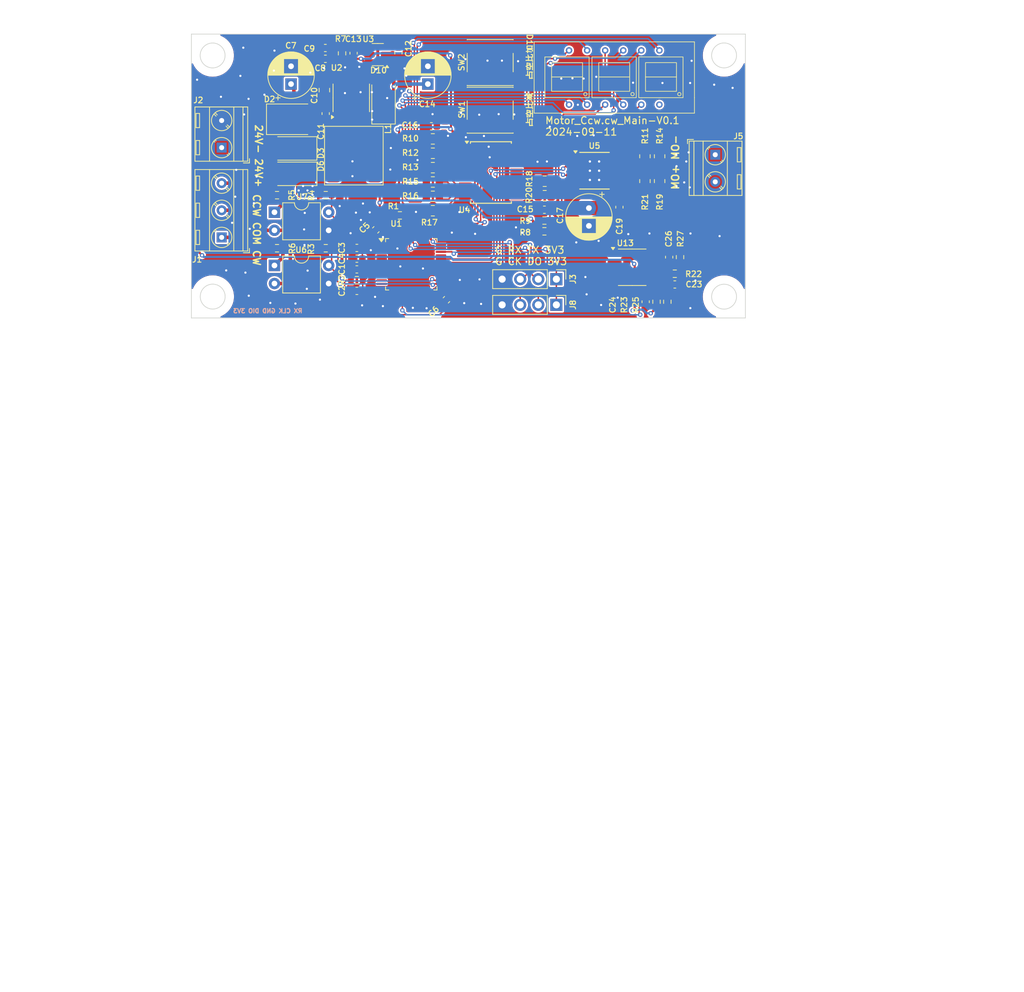
<source format=kicad_pcb>
(kicad_pcb (version 20240108) (generator "pcbnew") (generator_version "8.0")
  (title_block (title "Motor_CCW.CW_Main") (date "2024-09-11") (rev "V0.1") (company "Ovobot_Nz") (comment 1 "78x40x1.6mm 白字绿油，无铅喷锡。"))
  (layers (0 "F.Cu" signal) (31 "B.Cu" signal) (34 "B.Paste" user) (35 "F.Paste" user) (36 "B.SilkS" user "B.Silkscreen") (37 "F.SilkS" user "F.Silkscreen") (38 "B.Mask" user) (39 "F.Mask" user) (44 "Edge.Cuts" user))
  (net 0 "")
  (net 1 "GND")
  (net 2 "+3V3")
  (net 3 "+5V")
  (net 4 "+24V")
  (net 5 "VDD")
  (net 6 "+3.3VA")
  (net 7 "Net-(U1-NRST)")
  (net 8 "Net-(U1-VDDA)")
  (net 9 "/main/VERF_1.078V")
  (net 10 "Net-(U5-ISEN)")
  (net 11 "/main/VREF55")
  (net 12 "/main/ADC2_MOTOR")
  (net 13 "Net-(U13B--)")
  (net 14 "Net-(D10-K)")
  (net 15 "/main/R_MOTOR_OUT-")
  (net 16 "/main/R_MOTOR_OUT+")
  (net 17 "/main/SWDIO")
  (net 18 "/main/SWCLK")
  (net 19 "Net-(U1-BOOT0)")
  (net 21 "/main/C")
  (net 23 "/main/E")
  (net 28 "/main/PWM_RIGHT1")
  (net 37 "/main/DP")
  (net 41 "/main/PWM_RIGHT2")
  (net 47 "/main/UART2_RX")
  (net 49 "/main/MOTOR_KEY_CCW")
  (net 50 "/main/MOTOR_KEY_CW")
  (net 51 "/main/UART1_RX")
  (net 52 "/main/UART1_TX")
  (net 53 "/main/KEY_CW")
  (net 54 "/main/KEY_CCW")
  (net 55 "Net-(R5-Pad2)")
  (net 56 "Net-(R6-Pad2)")
  (net 58 "/main/B")
  (net 59 "/main/F")
  (net 61 "GND1")
  (net 62 "/main/D")
  (net 63 "/main/COM3")
  (net 64 "/main/COM2")
  (net 65 "/main/COM1")
  (net 66 "/main/A")
  (net 67 "/main/G")
  (net 68 "Net-(U4-SEG1{slash}KSI)")
  (net 69 "Net-(U4-SEG2{slash}KS2)")
  (net 70 "Net-(U4-SEG3{slash}KS3)")
  (net 71 "Net-(U4-SEG4{slash}KS4)")
  (net 72 "Net-(U4-SEG5{slash}KS5)")
  (net 73 "Net-(U4-SEG6{slash}KS6)")
  (net 74 "Net-(U4-SEG8)")
  (net 75 "Net-(U4-SEG7)")
  (net 76 "/main/SW_PWM+")
  (net 77 "/main/SW_PWM-")
  (net 78 "/main/SPI1_STB")
  (net 79 "/main/SPI1_DIN")
  (net 80 "/main/SPI1_CLK")
  (footprint "Capacitor_SMD:C_0603_1608Metric" (layer "F.Cu") (at 134.9 88.165 90)
    (property "Reference" "C11")
    (property "Value" "1uF")
  )
  (footprint "Resistor_SMD:R_0603_1608Metric" (layer "F.Cu") (at 128.06 107.085)
    (property "Reference" "R6")
    (property "Value" "10K/1%")
  )
  (footprint "Package_DIP:DIP-4_W7.62mm" (layer "F.Cu") (at 127.7 109.51)
    (property "Reference" "U6")
    (property "Value" "TLP785")
  )
  (footprint "Capacitor_SMD:C_0603_1608Metric" (layer "F.Cu") (at 138.82 79.675 90)
    (property "Reference" "C13")
    (property "Value" "1uF")
  )
  (footprint "Capacitor_SMD:C_0805_2012Metric" (layer "F.Cu") (at 134.72 84.865 90)
    (property "Reference" "C10")
    (property "Value" "10uF/35V")
  )
  (footprint "Package_SO:SOIC-8_3.9x4.9mm_P1.27mm" (layer "F.Cu") (at 177.98 109.765)
    (property "Reference" "U13")
    (property "Value" "LMV358TP-SR")
  )
  (footprint "Diode_SMD:D_SMB" (layer "F.Cu") (at 130.24 88.965)
    (property "Reference" "D2")
    (property "Value" "SMBJ26CA")
  )
  (footprint "Resistor_SMD:R_0603_1608Metric" (layer "F.Cu") (at 134.91 107.085)
    (property "Reference" "R3")
    (property "Value" "10K/1%")
  )
  (footprint "Resistor_SMD:R_0603_1608Metric" (layer "F.Cu") (at 139.28 111.573125 180)
    (property "Reference" "R2")
    (property "Value" "0R")
  )
  (footprint "Package_DIP:DIP-4_W7.62mm" (layer "F.Cu") (at 127.7 102.03)
    (property "Reference" "U7")
    (property "Value" "TLP785")
  )
  (footprint "Ovo_SegLed:LED_3x0.56" (layer "F.Cu") (at 164.225 78.035)
    (property "Reference" "D1")
    (property "Value" "~")
  )
  (footprint "Capacitor_SMD:C_0603_1608Metric" (layer "F.Cu") (at 139.28 107.045)
    (property "Reference" "C3")
    (property "Value" "0.1uF")
  )
  (footprint "Diode_SMD:D_SMA" (layer "F.Cu") (at 130.1525 96.635 180)
    (property "Reference" "D6")
    (property "Value" "SS34")
  )
  (footprint "Ovo_Button_Switch_SMD:SW_Push_1P1T_NO_6x6mm_H5.0mm" (layer "F.Cu") (at 158.02 87.685 180)
    (property "Reference" "SW1")
    (property "Value" "6x6x5mm")
  )
  (footprint "TerminalBlock_MetzConnect:TerminalBlock_MetzConnect_Type086_RT03402HBLC_1x02_P3.81mm_Horizontal" (layer "F.Cu") (at 189.65 93.945 -90)
    (property "Reference" "J5")
    (property "Value" "KF128-3.81-2P")
  )
  (footprint "Ovo_Inductor_SMD:L_GZJ_WNR8045" (layer "F.Cu") (at 138.86 94.075)
    (property "Reference" "L1")
    (property "Value" "68uH")
  )
  (footprint "Capacitor_SMD:C_0603_1608Metric" (layer "F.Cu") (at 145.12 79.655 -90)
    (property "Reference" "C12")
    (property "Value" "1uF")
  )
  (footprint "Capacitor_SMD:C_0603_1608Metric" (layer "F.Cu") (at 183.175 108.34 90)
    (property "Reference" "C26")
    (property "Value" "0.1uF")
  )
  (footprint "TerminalBlock_MetzConnect:TerminalBlock_MetzConnect_Type086_RT03402HBLC_1x02_P3.81mm_Horizontal" (layer "F.Cu") (at 120.28 92.95 90)
    (property "Reference" "J2")
    (property "Value" "KF128-3.81-2P")
  )
  (footprint "TerminalBlock_MetzConnect:TerminalBlock_MetzConnect_Type086_RT03403HBLC_1x03_P3.81mm_Horizontal" (layer "F.Cu") (at 120.28 105.565 90)
    (property "Reference" "J1")
    (property "Value" "KF128-3.81-3P")
  )
  (footprint "Package_QFP:LQFP-48_7x7mm_P0.5mm" (layer "F.Cu") (at 146.93 109.345)
    (property "Reference" "U1")
    (property "Value" "STM32F030C8T6")
  )
  (footprint "Resistor_SMD:R_0603_1608Metric" (layer "F.Cu") (at 165.64 103.195 180)
    (property "Reference" "R9")
    (property "Value" "3.3K/1%")
  )
  (footprint "Capacitor_SMD:C_0603_1608Metric" (layer "F.Cu") (at 151.87 114.325 -135)
    (property "Reference" "C6")
    (property "Value" "4.7uF")
  )
  (footprint "Capacitor_THT:CP_Radial_D6.3mm_P2.50mm" (layer "F.Cu") (at 149.26 84.015 90)
    (property "Reference" "C14")
    (property "Value" "470uF/10V")
  )
  (footprint "Capacitor_SMD:C_0603_1608Metric" (layer "F.Cu") (at 149.75 89.945 180)
    (property "Reference" "C16")
    (property "Value" "0.1uF")
  )
  (footprint "Capacitor_SMD:C_0603_1608Metric" (layer "F.Cu") (at 134.85 78.945 180)
    (property "Reference" "C9")
    (property "Value" "1uF")
  )
  (footprint "Resistor_SMD:R_0805_2012Metric" (layer "F.Cu") (at 149.96 93.743)
    (property "Reference" "R12")
    (property "Value" "10R")
  )
  (footprint "Resistor_SMD:R_0805_2012Metric" (layer "F.Cu") (at 179.77 97.6525 -90)
    (property "Reference" "R21")
    (property "Value" "1R/1%")
  )
  (footprint "Resistor_SMD:R_0805_2012Metric" (layer "F.Cu") (at 179.77 94.1625 90)
    (property "Reference" "R11")
    (property "Value" "1R/1%")
  )
  (footprint "Resistor_SMD:R_0805_2012Metric" (layer "F.Cu") (at 165.68 99.705)
    (property "Reference" "R20")
    (property "Value" "10R")
  )
  (footprint "Resistor_SMD:R_0603_1608Metric" (layer "F.Cu") (at 184.7 108.34 90)
    (property "Reference" "R27")
    (property "Value" "51K/1%")
  )
  (footprint "Capacitor_SMD:C_0603_1608Metric" (layer "F.Cu") (at 165.64 101.675 180)
    (property "Reference" "C15")
    (property "Value" "0.1uF")
  )
  (footprint "Package_TO_SOT_SMD:SOT-23-5" (layer "F.Cu") (at 142.22 79.8775 180)
    (property "Reference" "U3")
    (property "Value" "DS8562-33S5")
  )
  (footprint "Resistor_SMD:R_0805_2012Metric" (layer "F.Cu") (at 149.96 97.779)
    (property "Reference" "R15")
    (property "Value" "10R")
  )
  (footprint "Resistor_SMD:R_0805_2012Metric" (layer "F.Cu") (at 181.83 97.6525 -90)
    (property "Reference" "R19")
    (property "Value" "1R/1%")
  )
  (footprint "Ovo_Button_Switch_SMD:SW_Push_1P1T_NO_6x6mm_H5.0mm" (layer "F.Cu") (at 158.02 80.995 180)
    (property "Reference" "SW2")
    (property "Value" "6x6x5mm")
  )
  (footprint "Capacitor_SMD:C_0603_1608Metric" (layer "F.Cu") (at 139.28 110.06375)
    (property "Reference" "C1")
    (property "Value" "0.1uF")
  )
  (footprint "Diode_SMD:D_SMA" (layer "F.Cu") (at 130.15 93.065 180)
    (property "Reference" "D3")
    (property "Value" "SS34")
  )
  (footprint "Resistor_SMD:R_0603_1608Metric" (layer "F.Cu") (at 145.33 102.475)
    (property "Reference" "R1")
    (property "Value" "10K/1%")
  )
  (footprint "Capacitor_SMD:C_0603_1608Metric" (layer "F.Cu") (at 183.97 112.18 180)
    (property "Reference" "C23")
    (property "Value" "0.1uF")
  )
  (footprint "Capacitor_SMD:C_0603_1608Metric" (layer "F.Cu") (at 134.86 80.465 180)
    (property "Reference" "C8")
    (property "Value" "1uF")
  )
  (footprint "Resistor_SMD:R_0603_1608Metric" (layer "F.Cu") (at 137.2 79.695 90)
    (property "Reference" "R7")
    (property "Value" "0R")
  )
  (footprint "Resistor_SMD:R_0805_2012Metric" (layer "F.Cu") (at 149.96 99.797)
    (property "Reference" "R16")
    (property "Value" "10R")
  )
  (footprint "Capacitor_SMD:C_0603_1608Metric" (layer "F.Cu") (at 179.87 114.61 -90)
    (property "Reference" "C24")
    (property "Value" "0.1uF")
  )
  (footprint "Connector_PinHeader_2.54mm:PinHeader_1x04_P2.54mm_Vertical" (layer "F.Cu") (at 167.32 111.435 -90)
    (property "Reference" "J3")
    (property "Value" "Conn_01x04")
  )
  (footprint "Resistor_SMD:R_0603_1608Metric" (layer "F.Cu") (at 134.91 99.625)
    (property "Reference" "R4")
    (property "Value" "10K/1%")
  )
  (footprint "Resistor_SMD:R_0805_2012Metric" (layer "F.Cu") (at 149.96 101.815)
    (property "Reference" "R17")
    (property "Value" "10R")
  )
  (footprint "Resistor_SMD:R_0603_1608Metric" (layer "F.Cu") (at 165.64 104.715)
    (property "Reference" "R8")
    (property "Value" "6.8K/1%")
  )
  (footprint "Capacitor_THT:CP_Radial_D6.3mm_P2.50mm" (layer "F.Cu") (at 130.03 84.015 90)
    (property "Reference" "C7")
    (property "Value" "100uF/35V")
  )
  (footprint "Capacitor_THT:CP_Radial_D6.3mm_P2.50mm" (layer "F.Cu") (at 171.89238 101.445 -90)
    (property "Reference" "C17")
    (property "Value" "100uF/35V")
  )
  (footprint "Capacitor_SMD:C_0603_1608Metric" (layer "F.Cu") (at 176.18 101.315 -90)
    (property "Reference" "C19")
    (property "Value" "0.1uF")
  )
  (footprint "Connector_PinHeader_2.54mm:PinHeader_1x04_P2.54mm_Vertical" (layer "F.Cu") (at 167.32 115.045 -90)
    (property "Reference" "J8")
    (property "Value" "Conn_01x04")
  )
  (footprint "Capacitor_SMD:C_0603_1608Metric" (layer "F.Cu") (at 139.28 113.0825)
    (property "Reference" "C2")
    (property "Value" "0.1uF")
  )
  (footprint "Package_SO:SSOP-24_5.3x8.2mm_P0.65mm" (layer "F.Cu") (at 158.12 96.445)
    (property "Reference" "U4")
    (property "Value" "~")
  )
  (footprint "Capacitor_SMD:C_0603_1608Metric" (layer "F.Cu") (at 139.28 108.554375)
    (property "Reference" "C4")
    (property "Value" "0.1uF")
  )
  (footprint "Package_SO:Texas_HTSOP-8-1EP_3.9x4.9mm_P1.27mm_EP2.95x4.9mm_Mask2.4x3.1mm_ThermalVias" (layer "F.Cu") (at 172.68 96.195)
    (property "Reference" "U5")
    (property "Value" "OCB8870ESAE")
  )
  (footprint "Resistor_SMD:R_0603_1608Metric" (layer "F.Cu") (at 182.92 114.61 -90)
    (property "Reference" "R25")
    (property "Value" "2K/1%")
  )
  (footprint "Resistor_SMD:R_0805_2012Metric" (layer "F.Cu") (at 149.96 91.725)
    (property "Reference" "R10")
    (property "Value" "10R")
  )
  (footprint "Resistor_SMD:R_0603_1608Metric" (layer "F.Cu") (at 183.965 110.67 180)
    (property "Reference" "R22")
    (property "Value" "15K/1%")
  )
  (footprint "Resistor_SMD:R_0603_1608Metric" (layer "F.Cu") (at 128.06 99.625)
    (property "Reference" "R5")
    (property "Value" "10K/1%")
  )
  (footprint "Resistor_SMD:R_0805_2012Metric" (layer "F.Cu") (at 165.68 97.665)
    (property "Reference" "R18")
    (property "Value" "27R")
  )
  (footprint "Diode_SMD:D_SMA" (layer "F.Cu") (at 143.03 86.125 90)
    (property "Reference" "D10")
    (property "Value" "SS34")
  )
  (footprint "Resistor_SMD:R_0805_2012Metric" (layer "F.Cu") (at 181.83 94.1625 90)
    (property "Reference" "R14")
    (property "Value" "1R/1%")
  )
  (footprint "Capacitor_SMD:C_0603_1608Metric" (layer "F.Cu") (at 141.95 104.505 45)
    (property "Reference" "C5")
    (property "Value" "0.1uF")
  )
  (footprint "Package_SO:SOIC-8_3.9x4.9mm_P1.27mm" (layer "F.Cu") (at 138.4975 85.955 90)
    (property "Reference" "U2")
    (property "Value" "XL1509-5.0E1")
  )
  (footprint "Resistor_SMD:R_0805_2012Metric" (layer "F.Cu") (at 149.96 95.761)
    (property "Reference" "R13")
    (property "Value" "10R")
  )
  (footprint "Resistor_SMD:R_0603_1608Metric" (layer "F.Cu") (at 181.395 114.61 90)
    (property "Reference" "R23")
    (property "Value" "10K/1%")
  )
  (gr_line (start 116.02 76.995) (end 193.88 76.995) (stroke (width 0.1)) (layer "Edge.Cuts"))
  (gr_line (start 193.88 116.885) (end 193.88 76.995) (stroke (width 0.1)) (layer "Edge.Cuts"))
  (gr_circle (center 190.891188 113.895) (end 192.641188 113.895) (stroke (width 0.1)) (fill none) (layer "Edge.Cuts"))
  (gr_line (start 116.02 76.995) (end 116.02 116.885) (stroke (width 0.1)) (layer "Edge.Cuts"))
  (gr_circle (center 119.01 79.995) (end 119.01 81.745) (stroke (width 0.1)) (fill none) (layer "Edge.Cuts"))
  (gr_line (start 193.88 116.885) (end 116.02 116.885) (stroke (width 0.1)) (layer "Edge.Cuts"))
  (gr_circle (center 190.891188 79.989836) (end 192.641188 79.989836) (stroke (width 0.1)) (fill none) (layer "Edge.Cuts"))
  (gr_circle (center 119.02 113.885) (end 120.77 113.885) (stroke (width 0.1)) (fill none) (layer "Edge.Cuts"))
  (gr_text "RX CLK GND DIO 3V3" (at 131.702 116.253 0) (layer "B.SilkS") (effects (font (size 0.6 0.6)) (justify left bottom mirror)))
  (gr_text "24V- 24V+ " (at 124.9 89.605 270) (layer "F.SilkS") (effects (font (size 1 1) (thickness 0.2) (bold yes)) (justify left bottom)))
  (gr_text "Motor_Ccw.cw_Main-${REVISION}\n${ISSUE_DATE}\n" (at 165.67 91.33 0) (layer "F.SilkS") (effects (font (size 1 1)) (justify left bottom)))
  (gr_text "G RX TX 3V3\nG CK DO 3V3" (at 158.62 109.535 0) (layer "F.SilkS") (effects (font (size 1 1)) (justify left bottom)))
  (gr_text "占空比减" (at 164.08 90.015 90) (layer "F.SilkS") (effects (font (size 0.8 0.8) (thickness 0.15) (bold yes)) (justify left bottom)))
  (gr_text "MO+ MO-\n" (at 184.64 98.965 90) (layer "F.SilkS") (effects (font (size 1 1) (thickness 0.2) (bold yes)) (justify left bottom)))
  (gr_text "占空比加" (at 164.07 83.375 90) (layer "F.SilkS") (effects (font (size 0.8 0.8) (thickness 0.15) (bold yes)) (justify left bottom)))
  (gr_text "CCW COM CW" (at 124.61 99.385 270) (layer "F.SilkS") (effects (font (size 1 1) (thickness 0.2) (bold yes)) (justify left bottom)))
  (via (at 139.85 103.115) (size 0.6096) (drill 0.3048) (layers "F.Cu" "B.Cu") (net 1))
  (via (at 172.93 82.995) (size 0.6096) (drill 0.3048) (layers "F.Cu" "B.Cu") (net 1))
  (via (at 122.91 82.865) (size 0.6096) (drill 0.3048) (layers "F.Cu" "B.Cu") (net 1))
  (via (at 171.4 111.135) (size 0.6096) (drill 0.3048) (layers "F.Cu" "B.Cu") (net 1))
  (via (at 170.12 106.265) (size 0.6096) (drill 0.3048) (layers "F.Cu" "B.Cu") (net 1))
  (via (at 155.9 105.065) (size 0.6096) (drill 0.3048) (layers "F.Cu" "B.Cu") (net 1))
  (via (at 182.23 83.865) (size 0.6096) (drill 0.3048) (layers "F.Cu" "B.Cu") (net 1))
  (via (at 140.02 115.115) (size 0.6096) (drill 0.3048) (layers "F.Cu" "B.Cu") (net 1))
  (via (at 137.63 81.665) (size 0.6096) (drill 0.3048) (layers "F.Cu" "B.Cu") (net 1))
  (via (at 189.5 84.105) (size 0.6096) (drill 0.3048) (layers "F.Cu" "B.Cu") (net 1))
  (via (at 134.09 114.315) (size 0.6096) (drill 0.3048) (layers "F.Cu" "B.Cu") (net 1))
  (via (at 190.26 105.385) (size 0.6096) (drill 0.3048) (layers "F.Cu" "B.Cu") (net 1))
  (via (at 124.06 86.095) (size 0.6096) (drill 0.3048) (layers "F.Cu" "B.Cu") (net 1))
  (via (at 156.74 114.915) (size 0.6096) (drill 0.3048) (layers "F.Cu" "B.Cu") (net 1))
  (via (at 122.33 96.075) (size 0.6096) (drill 0.3048) (layers "F.Cu" "B.Cu") (net 1))
  (via (at 125.19 97.005) (size 0.6096) (drill 0.3048) (layers "F.Cu" "B.Cu") (net 1))
  (via (at 137.61 85.285) (size 0.6096) (drill 0.3048) (layers "F.Cu" "B.Cu") (net 1))
  (via (at 170.34 86.925) (size 0.6096) (drill 0.3048) (layers "F.Cu" "B.Cu") (net 1))
  (via (at 154.37 114.805) (size 0.6096) (drill 0.3048) (layers "F.Cu" "B.Cu") (net 1))
  (via (at 145.39 109.645) (size 0.6096) (drill 0.3048) (layers "F.Cu" "B.Cu") (net 1))
  (via (at 153.69 102.005) (size 0.6096) (drill 0.3048) (layers "F.Cu" "B.Cu") (net 1))
  (via (at 138.4 104.975) (size 0.6096) (drill 0.3048) (layers "F.Cu" "B.Cu") (net 1))
  (via (at 147.15 115.465) (size 0.6096) (drill 0.3048) (layers "F.Cu" "B.Cu") (net 1))
  (via (at 131.96 102.125) (size 0.6096) (drill 0.3048) (layers "F.Cu" "B.Cu") (net 1))
  (via (at 178.1 83.825) (size 0.6096) (drill 0.3048) (layers "F.Cu" "B.Cu") (net 1))
  (via (at 175.94 114.035) (size 0.6096) (drill 0.3048) (layers "F.Cu" "B.Cu") (net 1))
  (via (at 173.26 106.055) (size 0.6096) (drill 0.3048) (layers "F.Cu" "B.Cu") (net 1))
  (via (at 141.09 102.045) (size 0.6096) (drill 0.3048) (layers "F.Cu" "B.Cu") (net 1))
  (via (at 132.74 82.415) (size 0.6096) (drill 0.3048) (layers "F.Cu" "B.Cu") (net 1))
  (via (at 166.4 90.015) (size 0.6096) (drill 0.3048) (layers "F.Cu" "B.Cu") (net 1))
  (via (at 123.62 110.515) (size 0.6096) (drill 0.3048) (layers "F.Cu" "B.Cu") (net 1))
  (via (at 139.62 81.595) (size 0.6096) (drill 0.3048) (layers "F.Cu" "B.Cu") (net 1))
  (via (at 141.24 107.365) (size 0.6096) (drill 0.3048) (layers "F.Cu" "B.Cu") (net 1))
  (via (at 132.25 112.795) (size 0.6096) (drill 0.3048) (layers "F.Cu" "B.Cu") (net 1))
  (via (at 170.25 91.305) (size 0.6096) (drill 0.3048) (layers "F.Cu" "B.Cu") (net 1))
  (via (at 145.56 84.975) (size 0.6096) (drill 0.3048) (layers "F.Cu" "B.Cu") (net 1))
  (via (at 169.58 83.205) (size 0.6096) (drill 0.3048) (layers "F.Cu" "B.Cu") (net 1))
  (via (at 140.14 100.805) (size 0.6096) (drill 0.3048) (layers "F.Cu" "B.Cu") (net 1))
  (via (at 186.15 115.505) (size 0.6096) (drill 0.3048) (layers "F.Cu" "B.Cu") (net 1))
  (via (at 141.4 85.155) (size 0.6096) (drill 0.3048) (layers "F.Cu" "B.Cu") (net 1))
  (via (at 153.75 111.545) (size 0.6096) (drill 0.3048) (layers "F.Cu" "B.Cu") (net 1))
  (via (at 124.81 100.755) (size 0.6096) (drill 0.3048) (layers "F.Cu" "B.Cu") (net 1))
  (via (at 185.91 93.615) (size 0.6096) (drill 0.3048) (layers "F.Cu" "B.Cu") (net 1))
  (via (at 123.32 78.905) (size 0.6096) (drill 0.3048) (layers "F.Cu" "B.Cu") (net 1))
  (via (at 147.59 101.985) (size 0.6096) (drill 0.3048) (layers "F.Cu" "B.Cu") (net 1))
  (via (at 180.4 105.015) (size 0.6096) (drill 0.3048) (layers "F.Cu" "B.Cu") (net 1))
  (via (at 185.58 94.895) (size 0.6096) (drill 0.3048) (layers "F.Cu" "B.Cu") (net 1))
  (via (at 171.57 113.565) (size 0.6096) (drill 0.3048) (layers "F.Cu" "B.Cu") (net 1))
  (via (at 186.07 98.535) (size 0.6096) (drill 0.3048) (layers "F.Cu" "B.Cu") (net 1))
  (via (at 152.09 91.285) (size 0.6096) (drill 0.3048) (layers "F.Cu" "B.Cu") (net 1))
  (via (at 120.92 110.205) (size 0.6096) (drill 0.3048) (layers "F.Cu" "B.Cu") (net 1))
  (via (at 127.62 82.125) (size 0.6096) (drill 0.3048) (layers "F.Cu" "B.Cu") (net 1))
  (via (at 148.57 109.935) (size 0.6096) (drill 0.3048) (layers "F.Cu" "B.Cu") (net 1))
  (via (at 142.95 105.515) (size 0.6096) (drill 0.3048) (layers "F.Cu" "B.Cu") (net 1))
  (via (at 141.43 87.815) (size 0.6096) (drill 0.3048) (layers "F.Cu" "B.Cu") (net 1))
  (via (at 138.66 96.965) (size 0.6096) (drill 0.3048) (layers "F.Cu" "B.Cu") (net 1))
  (via (at 186.33 80.745) (size 0.6096) (drill 0.3048) (layers "F.Cu" "B.Cu") (net 1))
  (via (at 141.84 113.925) (size 0.6096) (drill 0.3048) (layers "F.Cu" "B.Cu") (net 1))
  (via (at 186.17 105.015) (size 0.6096) (drill 0.3048) (layers "F.Cu" "B.Cu") (net 1))
  (via (at 165.99 94.895) (size 0.6096) (drill 0.3048) (layers "F.Cu" "B.Cu") (net 1))
  (via (at 161.94 80.805) (size 0.6096) (drill 0.3048) (layers "F.Cu" "B.Cu") (net 1))
  (via (at 138.66 94.875) (size 0.6096) (drill 0.3048) (layers "F.Cu" "B.Cu") (net 1))
  (via (at 139.15 102.085) (size 0.6096) (drill 0.3048) (layers "F.Cu" "B.Cu") (net 1))
  (via (at 159.67 80.725) (size 0.6096) (drill 0.3048) (layers "F.Cu" "B.Cu") (net 1))
  (via (at 121.75 103.515) (size 0.6096) (drill 0.3048) (layers "F.Cu" "B.Cu") (net 1))
  (via (at 144.06 93.005) (size 0.6096) (drill 0.3048) (layers "F.Cu" "B.Cu") (net 1))
  (via (at 131.92 106.635) (size 0.6096) (drill 0.3048) (layers "F.Cu" "B.Cu") (net 1))
  (via (at 184.21 95.555) (size 0.6096) (drill 0.3048) (layers "F.Cu" "B.Cu") (net 1))
  (via (at 152.63 104.895) (size 0.6096) (drill 0.3048) (layers "F.Cu" "B.Cu") (net 1))
  (via (at 149.92 88.245) (size 0.6096) (drill 0.3048) (layers "F.Cu" "B.Cu") (net 1))
  (via (at 185.29 97.835) (size 0.6096) (drill 0.3048) (layers "F.Cu" "B.Cu") (net 1))
  (via (at 184.21 98.405) (size 0.6096) (drill 0.3048) (layers "F.Cu" "B.Cu") (net 1))
  (via (at 126.29 85.515) (size 0.6096) (drill 0.3048) (layers "F.Cu" "B.Cu") (net 1))
  (via (at 123.44 88.285) (size 0.6096) (drill 0.3048) (layers "F.Cu" "B.Cu") (net 1))
  (via (at 168.01 83.245) (size 0.6096) (drill 0.3048) (layers "F.Cu" "B.Cu") (net 1))
  (via (at 131.87 104.445) (size 0.6096) (drill 0.3048) (layers "F.Cu" "B.Cu") (net 1))
  (via (at 153.92 88.075) (size 0.6096) (drill 0.3048) (layers "F.Cu" "B.Cu") (net 1))
  (via (at 124.09 113.765) (size 0.6096) (drill 0.3048) (layers "F.Cu" "B.Cu") (net 1))
  (via (at 186.86 111.625) (size 0.6096) (drill 0.3048) (layers "F.Cu" "B.Cu") (net 1))
  (via (at 146.22 82.845) (size 0.6096) (drill 0.3048) (layers "F.Cu" "B.Cu") (net 1))
  (via (at 177.43 105.105) (size 0.6096) (drill 0.3048) (layers "F.Cu" "B.Cu") (net 1))
  (via (at 127.12 114.775) (size 0.6096) (drill 0.3048) (layers "F.Cu" "B.Cu") (net 1))
  (via (at 134.66 81.775) (size 0.6096) (drill 0.3048) (layers "F.Cu" "B.Cu") (net 1))
  (via (at 147.81 94.695) (size 0.6096) (drill 0.3048) (layers "F.Cu" "B.Cu") (net 1))
  (via (at 142.94 115.225) (size 0.6096) (drill 0.3048) (layers "F.Cu" "B.Cu") (net 1))
  (via (at 141.43 89.015) (size 0.6096) (drill 0.3048) (layers "F.Cu" "B.Cu") (net 1))
  (via (at 132.36 110.235) (size 0.6096) (drill 0.3048) (layers "F.Cu" "B.Cu") (net 1))
  (via (at 154.6 91.485) (size 0.6096) (drill 0.3048) (layers "F.Cu" "B.Cu") (net 1))
  (via (at 159.21 88.245) (size 0.6096) (drill 0.3048) (layers "F.Cu" "B.Cu") (net 1))
  (via (at 157.95 94.305) (size 0.6096) (drill 0.3048) (layers "F.Cu" "B.Cu") (net 1))
  (via (at 162.53 104.915) (size 0.6096) (drill 0.3048) (layers "F.Cu" "B.Cu") (net 1))
  (via (at 161.64 104.155) (size 0.6096) (drill 0.3048) (layers "F.Cu" "B.Cu") (net 1))
  (via (at 154.54 80.515) (size 0.6096) (drill 0.3048) (layers "F.Cu" "B.Cu") (net 1))
  (via (at 116.83 83.405) (size 0.6096) (drill 0.3048) (layers "F.Cu" "B.Cu") (net 1))
  (via (at 157.14 91.315) (size 0.6096) (drill 0.3048) (layers "F.Cu" "B.Cu") (net 1))
  (via (at 173.61 115.065) (size 0.6096) (drill 0.3048) (layers "F.Cu" "B.Cu") (net 1))
  (via (at 145.98 81.815) (size 0.6096) (drill 0.3048) (layers "F.Cu" "B.Cu") (net 1))
  (via (at 130.65 114.865) (size 0.6096) (drill 0.3048) (layers "F.Cu" "B.Cu") (net 1))
  (via (at 156.52 111.465) (size 0.6096) (drill 0.3048) (layers "F.Cu" "B.Cu") (net 1))
  (via (at 192.09 84.555) (size 0.6096) (drill 0.3048) (layers "F.Cu" "B.Cu") (net 1))
  (via (at 157.81 92.825) (size 0.6096) (drill 0.3048) (layers "F.Cu" "B.Cu") (net 1))
  (via (at 144.98 107.125) (size 0.6096) (drill 0.3048) (layers "F.Cu" "B.Cu") (net 1))
  (via (at 154.66 101.525) (size 0.6096) (drill 0.3048) (layers "F.Cu" "B.Cu") (net 1))
  (via (at 164.67 94.935) (size 0.6096) (drill 0.3048) (layers "F.Cu" "B.Cu") (net 1))
  (via (at 122.19 99.845) (size 0.6096) (drill 0.3048) (layers "F.Cu" "B.Cu") (net 1))
  (via (at 184.17 93.905) (size 0.6096) (drill 0.3048) (layers "F.Cu" "B.Cu") (net 1))
  (via (at 136.87 101.165) (size 0.6096) (drill 0.3048) (layers "F.Cu" "B.Cu") (net 1))
  (via (at 141.97 81.925) (size 0.6096) (drill 0.3048) (layers "F.Cu" "B.Cu") (net 1))
  (via (at 161.4 88.285) (size 0.6096) (drill 0.3048) (layers "F.Cu" "B.Cu") (net 1))
  (via (at 143.54 85.985) (size 0.6096) (drill 0.3048) (layers "F.Cu" "B.Cu") (net 1))
  (via (at 143.98 96.035) (size 0.6096) (drill 0.3048) (layers "F.Cu" "B.Cu") (net 1))
  (via (at 139.8 85.155) (size 0.6096) (drill 0.3048) (layers "F.Cu" "B.Cu") (net 1))
  (via (at 172.56 91.215) (size 0.6096) (drill 0.3048) (layers "F.Cu" "B.Cu") (net 1))
  (via (at 157.64 80.725) (size 0.6096) (drill 0.3048) (layers "F.Cu" "B.Cu") (net 1))
  (via (at 171.15 83.245) (size 0.6096) (drill 0.3048) (layers "F.Cu" "B.Cu") (net 1))
  (via (at 156.48 88.325) (size 0.6096) (drill 0.3048) (layers "F.Cu" "B.Cu") (net 1))
  (via (at 124.23 104.365) (size 0.6096) (drill 0.3048) (layers "F.Cu" "B.Cu") (net 1))
  (via (at 186.12 83.865) (size 0.6096) (drill 0.3048) (layers "F.Cu" "B.Cu") (net 1))
  (via (at 127.7 79.315) (size 0.6096) (drill 0.3048) (layers "F.Cu" "B.Cu") (net 1))
  (via (at 120.18 85.805) (size 0.6096) (drill 0.3048) (layers "F.Cu" "B.Cu") (net 1))
  (via (at 149.08 115.525) (size 0.6096) (drill 0.3048) (layers "F.Cu" "B.Cu") (net 1))
  (segment (start 149.928008 114.873008) (end 151.321992 114.873008) (width 0.2032) (layer "F.Cu") (net 2))
  (segment (start 140.055 104.36) (end 140.458008 103.956992) (width 0.2032) (layer "F.Cu") (net 2))
  (segment (start 134.3382 98.7968) (end 137.14 98.7968) (width 0.3) (layer "F.Cu") (net 2))
  (segment (start 165.04 105.925) (end 166.93 105.925) (width 0.2032) (layer "F.Cu") (net 2))
  (segment (start 137.7502 110.868325) (end 137.7502 99.407) (width 0.2032) (layer "F.Cu") (net 2))
  (segment (start 152.44 90.325) (end 152.75 90.635) (width 0.3) (layer "F.Cu") (net 2))
  (segment (start 137.14 98.7968) (end 141.21 98.7968) (width 0.3) (layer "F.Cu") (net 2))
  (segment (start 140.055 107.045) (end 140.055 104.36) (width 0.2032) (layer "F.Cu") (net 2))
  (segment (start 144.4282 98.7968) (end 141.21 98.7968) (width 0.3) (layer "F.Cu") (net 2))
  (segment (start 153.165 96.12) (end 154.52 96.12) (width 0.3) (layer "F.Cu") (net 2))
  (segment (start 164.3 104.715) (end 164.815 104.715) (width 0.3) (layer "F.Cu") (net 2))
  (segment (start 140.055 108.554375) (end 140.055 107.045) (width 0.2032) (layer "F.Cu") (net 2))
  (segment (start 145.22 90.615) (end 145.22 98.005) (width 0.3) (layer "F.Cu") (net 2))
  (segment (start 140.505 106.595) (end 140.055 107.045) (width 0.2032) (layer "F.Cu") (net 2))
  (segment (start 142.498008 100.685) (end 142.498008 103.956992) (width 0.3) (layer "F.Cu") (net 2))
  (segment (start 134.085 107.085) (end 133.85 106.85) (width 0.2032) (layer "F.Cu") (net 2))
  (segment (start 137.7502 99.407) (end 137.14 98.7968) (width 0.2032) (layer "F.Cu") (net 2))
  (segment (start 149.68 114.625) (end 149.928008 114.873008) (width 0.2032) (layer "F.Cu") (net 2))
  (segment (start 142.7675 106.595) (end 140.505 106.595) (width 0.2032) (layer "F.Cu") (net 2))
  (segment (start 138.16 116.425) (end 137.56 115.825) (width 0.2032) (layer "F.Cu") (net 2))
  (segment (start 151.321992 114.873008) (end 151.321992 116.003008) (width 0.2032) (layer "F.Cu") (net 2))
  (segment (start 138.455 111.573125) (end 137.7502 110.868325) (width 0.2032) (layer "F.Cu") (net 2))
  (segment (start 142.498008 99.373008) (end 142.498008 100.685) (width 0.3) (layer "F.Cu") (net 2))
  (segment (start 164.04 103.243) (end 164.04 104.455) (width 0.3) (layer "F.Cu") (net 2))
  (segment (start 150.9 116.425) (end 138.16 116.425) (width 0.2032) (layer "F.Cu") (net 2))
  (segment (start 152.51 90.255) (end 152.51 80.085) (width 0.3) (layer "F.Cu") (net 2))
  (segment (start 141.9218 98.7968) (end 142.498008 99.373008) (width 0.3) (layer "F.Cu") (net 2))
  (segment (start 137.56 111.827125) (end 137.804816 111.582309) (width 0.2032) (layer "F.Cu") (net 2))
  (segment (start 142.498008 103.956992) (end 143.731992 103.956992) (width 0.2032) (layer "F.Cu") (net 2))
  (segment (start 144.07 104.415) (end 144.18 104.525) (width 0.2032) (layer "F.Cu") (net 2))
  (segment (start 152.44 90.325) (end 152.18 90.065) (width 0.2032) (layer "F.Cu") (net 2))
  (segment (start 133.85 99.86) (end 134.085 99.625) (width 0.2032) (layer "F.Cu") (net 2))
  (segment (start 140.458008 103.956992) (end 142.498008 103.956992) (width 0.2032) (layer "F.Cu") (net 2))
  (segment (start 152.51 80.085) (end 152.41 79.985) (width 0.3) (layer "F.Cu") (net 2))
  (segment (start 151.321992 116.003008) (end 150.9 116.425) (width 0.2032) (layer "F.Cu") (net 2))
  (segment (start 152.75 95.705) (end 153.165 96.12) (width 0.3) (layer "F.Cu") (net 2))
  (segment (start 133.85 106.85) (end 133.85 100.305) (width 0.3) (layer "F.Cu") (net 2))
  (segment (start 152.18 90.065) (end 150.645 90.065) (width 0.2032) (layer "F.Cu") (net 2))
  (segment (start 137.804816 111.573125) (end 138.455 111.573125) (width 0.2032) (layer "F.Cu") (net 2))
  (segment (start 139.86 80.465) (end 135.635 80.465) (width 0.3) (layer "F.Cu") (net 2))
  (segment (start 149.68 113.5075) (end 149.68 114.625) (width 0.2032) (layer "F.Cu") (net 2))
  (segment (start 144.07 104.295) (end 144.07 104.415) (width 0.2032) (layer "F.Cu") (net 2))
  (segment (start 133.85 100.305) (end 133.85 99.86) (width 0.3) (layer "F.Cu") (net 2))
  (segment (start 133.85 99.285) (end 134.3382 98.7968) (width 0.3) (layer "F.Cu") (net 2))
  (segment (start 163.75 102.953) (end 164.04 103.243) (width 0.3) (layer "F.Cu") (net 2))
  (segment (start 141.21 98.7968) (end 141.9218 98.7968) (width 0.3) (layer "F.Cu") (net 2))
  (segment (start 167.32 106.315) (end 167.32 111.435) (width 0.2032) (layer "F.Cu") (net 2))
  (segment (start 137.56 115.825) (end 137.56 111.827125) (width 0.2032) (layer "F.Cu") (net 2))
  (segment (start 166.93 105.925) (end 167.32 106.315) (width 0.2032) (layer "F.Cu") (net 2))
  (segment (start 133.85 100.305) (end 133.85 99.285) (width 0.3) (layer "F.Cu") (net 2))
  (segment (start 164.815 104.715) (end 164.815 105.7) (width 0.2032) (layer "F.Cu") (net 2))
  (segment (start 167.32 111.435) (end 167.32 115.045) (width 0.2032) (layer "F.Cu") (net 2))
  (segment (start 140.2225 80.8275) (end 141.0825 80.8275) (width 0.3) (layer "F.Cu") (net 2))
  (segment (start 152.44 90.325) (end 152.51 90.255) (width 0.3) (layer "F.Cu") (net 2))
  (segment (start 145.22 98.005) (end 144.4282 98.7968) (width 0.3) (layer "F.Cu") (net 2))
  (segment (start 143.731992 103.956992) (end 144.07 104.295) (width 0.2032) (layer "F.Cu") (net 2))
  (segment (start 164.815 105.7) (end 165.04 105.925) (width 0.2032) (layer "F.Cu") (net 2))
  (segment (start 139.86 80.465) (end 140.2225 80.8275) (width 0.3) (layer "F.Cu") (net 2))
  (segment (start 137.804816 111.582309) (end 137.804816 111.573125) (width 0.2032) (layer "F.Cu") (net 2))
  (segment (start 152.75 90.635) (end 152.75 95.705) (width 0.3) (layer "F.Cu") (net 2))
  (segment (start 164.04 104.455) (end 164.3 104.715) (width 0.3) (layer "F.Cu") (net 2))
  (segment (start 145.02 90.415) (end 145.22 90.615) (width 0.3) (layer "F.Cu") (net 2))
  (segment (start 144.18 104.525) (end 144.18 105.1825) (width 0.2032) (layer "F.Cu") (net 2))
  (via (at 139.86 80.465) (size 0.6096) (drill 0.3048) (layers "F.Cu" "B.Cu") (net 2))
  (via (at 142.498008 100.685) (size 0.6096) (drill 0.3048) (layers "F.Cu" "B.Cu") (net 2))
  (via (at 145.02 90.415) (size 0.6096) (drill 0.3048) (layers "F.Cu" "B.Cu") (net 2))
  (via (at 152.41 79.985) (size 0.6096) (drill 0.3048) (layers "F.Cu" "B.Cu") (net 2))
  (via (at 152.44 90.325) (size 0.6096) (drill 0.3048) (layers "F.Cu" "B.Cu") (net 2))
  (via (at 163.75 102.953) (size 0.6096) (drill 0.3048) (layers "F.Cu" "B.Cu") (net 2))
  (segment (start 157.4632 102.7982) (end 155.05 100.385) (width 0.3) (layer "B.Cu") (net 2))
  (segment (start 152.44 90.325) (end 152.19 90.075) (width 0.3) (layer "B.Cu") (net 2))
  (segment (start 141.15 80.465) (end 139.9696 80.465) (width 0.3) (layer "B.Cu") (net 2))
  (segment (start 163.5952 102.7982) (end 157.4632 102.7982) (width 0.3) (layer "B.Cu") (net 2))
  (segment (start 152.12 79.695) (end 141.92 79.695) (width 0.3) (layer "B.Cu") (net 2))
  (segment (start 152.41 79.985) (end 152.12 79.695) (width 0.3) (layer "B.Cu") (net 2))
  (segment (start 155.05 100.385) (end 142.798008 100.385) (width 0.3) (layer "B.Cu") (net 2))
  (segment (start 145.36 90.075) (end 145.02 90.415) (width 0.3) (layer "B.Cu") (net 2))
  (segment (start 142.798008 100.385) (end 142.498008 100.685) (width 0.3) (layer "B.Cu") (net 2))
  (segment (start 152.19 90.075) (end 145.36 90.075) (width 0.3) (layer "B.Cu") (net 2))
  (segment (start 141.92 79.695) (end 141.15 80.465) (width 0.3) (layer "B.Cu") (net 2))
  (segment (start 163.75 102.953) (end 163.5952 102.7982) (width 0.3) (layer "B.Cu") (net 2))
  (segment (start 142.22 79.185) (end 142.22 80.655) (width 0.4) (layer "F.Cu") (net 3))
  (segment (start 145.0725 78.9275) (end 145.12 78.88) (width 0.4) (layer "F.Cu") (net 3))
  (segment (start 141.76 94.075) (end 141.76 92.335) (width 0.5) (layer "F.Cu") (net 3))
  (segment (start 142.4775 78.9275) (end 142.22 79.185) (width 0.4) (layer "F.Cu") (net 3))
  (segment (start 143.3575 78.9275) (end 142.4775 78.9275) (width 0.4) (layer "F.Cu") (net 3))
  (segment (start 142.3925 80.8275) (end 143.3575 80.8275) (width 0.4) (layer "F.Cu") (net 3))
  (segment (start 144.47 84.365) (end 144.47 82.825) (width 0.5) (layer "F.Cu") (net 3))
  (segment (start 141.76 92.335) (end 144.47 89.625) (width 0.5) (layer "F.Cu") (net 3))
  (segment (start 143.3575 81.7125) (end 143.3575 80.8275) (width 0.5) (layer "F.Cu") (net 3))
  (segment (start 144.47 89.625) (end 144.47 84.365) (width 0.5) (layer "F.Cu") (net 3))
  (segment (start 143.3575 78.9275) (end 145.0725 78.9275) (width 0.4) (layer "F.Cu") (net 3))
  (segment (start 144.47 82.825) (end 143.3575 81.7125) (width 0.5) (layer "F.Cu") (net 3))
  (segment (start 142.22 80.655) (end 142.3925 80.8275) (width 0.4) (layer "F.Cu") (net 3))
  (via (at 144.47 84.365) (size 0.6096) (drill 0.3048) (layers "F.Cu" "B.Cu") (net 3))
  (segment (start 149.26 84.015) (end 144.82 84.015) (width 0.5) (layer "B.Cu") (net 3))
  (segment (start 144.82 84.015) (end 144.47 84.365) (width 0.5) (layer "B.Cu") (net 3))
  (segment (start 132.15 93.065) (end 132.15 92.125) (width 0.5) (layer "F.Cu") (net 5))
  (segment (start 136.5925 86.3475) (end 136.06 85.815) (width 0.5) (layer "F.Cu") (net 5))
  (segment (start 136.0875 88.935) (end 136.5925 88.43) (width 0.5) (layer "F.Cu") (net 5))
  (segment (start 132.15 92.125) (end 130.43 90.405) (width 0.5) (layer "F.Cu") (net 5))
  (segment (start 130.43 84.415) (end 130.03 84.015) (width 0.2032) (layer "F.Cu") (net 5))
  (segment (start 132.15 96.6325) (end 132.1525 96.635) (width 0.2032) (layer "F.Cu") (net 5))
  (segment (start 136.06 85.815) (end 134.72 85.815) (width 0.5) (layer "F.Cu") (net 5))
  (segment (start 134.8025 88.935) (end 136.0875 88.935) (width 0.5) (layer "F.Cu") (net 5))
  (segment (start 134.72 85.815) (end 131.02 85.815) (width 0.5) (layer "F.Cu") (net 5))
  (segment (start 131.02 85.815) (end 130.43 85.225) (width 0.5) (layer "F.Cu") (net 5))
  (segment (start 130.43 90.405) (end 130.43 84.415) (width 0.5) (layer "F.Cu") (net 5))
  (segment (start 136.5925 88.43) (end 136.5925 86.3475) (width 0.5) (layer "F.Cu") (net 5))
  (via (at 133.05 99.585) (size 0.6096) (drill 0.3048) (layers "F.Cu" "B.Cu") (net 5))
  (via (at 131.72 99.565) (size 0.6096) (drill 0.3048) (layers "F.Cu" "B.Cu") (net 5))
  (via (at 131.1 98.965) (size 0.6096) (drill 0.3048) (layers "F.Cu" "B.Cu") (net 5))
  (via (at 133.05 98.355) (size 0.6096) (drill 0.3048) (layers "F.Cu" "B.Cu") (net 5))
  (via (at 132.34 98.965) (size 0.6096) (drill 0.3048) (layers "F.Cu" "B.Cu") (net 5))
  (via (at 131.72 98.345) (size 0.6096) (drill 0.3048) (layers "F.Cu" "B.Cu") (net 5))
  (segment (start 131.72 98.965) (end 155.6 98.965) (width 2) (layer "B.Cu") (net 5))
  (segment (start 155.6 98.965) (end 158.08 101.445) (width 2) (layer "B.Cu") (net 5))
  (segment (start 158.08 101.445) (end 171.89238 101.445) (width 2) (layer "B.Cu") (net 5))
  (segment (start 117.98 84.375) (end 117.1 85.255) (width 0.3) (layer "F.Cu") (net 6))
  (segment (start 136.23 78.87) (end 135.035 77.675) (width 0.3) (layer "F.Cu") (net 6))
  (segment (start 117.1 107.655) (end 117.52 108.075) (width 0.3) (layer "F.Cu") (net 6))
  (segment (start 178.3304 115.545) (end 178.04 115.8354) (width 0.3) (layer "F.Cu") (net 6))
  (segment (start 126.01 77.675) (end 125.14 78.545) (width 0.3) (layer "F.Cu") (net 6))
  (segment (start 135.7 78.87) (end 135.625 78.945) (width 0.3) (layer "F.Cu") (net 6))
  (segment (start 137.2 78.87) (end 136.23 78.87) (width 0.3) (layer "F.Cu") (net 6))
  (segment (start 124.4 84.375) (end 117.98 84.375) (width 0.3) (layer "F.Cu") (net 6))
  (segment (start 180.585 116.23) (end 180.6 116.23) (width 0.3) (layer "F.Cu") (net 6))
  (segment (start 136.23 78.87) (end 135.7 78.87) (width 0.3) (layer "F.Cu") (net 6))
  (segment (start 178.3304 109.3754) (end 178.3304 115.545) (width 0.3) (layer "F.Cu") (net 6))
  (segment (start 125.14 78.545) (end 125.14 83.635) (width 0.3) (layer "F.Cu") (net 6))
  (segment (start 117.1 85.255) (end 117.1 107.655) (width 0.3) (layer "F.Cu") (net 6))
  (segment (start 180.6 116.23) (end 181.395 115.435) (width 0.3) (layer "F.Cu") (net 6))
  (segment (start 135.035 77.675) (end 126.01 77.675) (width 0.3) (layer "F.Cu") (net 6))
  (segment (start 178.25 109.295) (end 178.3304 109.3754) (width 0.3) (layer "F.Cu") (net 6))
  (segment (start 125.14 83.635) (end 124.4 84.375) (width 0.3) (layer "F.Cu") (net 6))
  (via (at 117.52 108.075) (size 0.6096) (drill 0.3048) (layers "F.Cu" "B.Cu") (net 6))
  (via (at 178.25 109.295) (size 0.6096) (drill 0.3048) (layers "F.Cu" "B.Cu") (net 6))
  (via (at 180.585 116.23) (size 0.6096) (drill 0.3048) (layers "F.Cu" "B.Cu") (net 6))
  (via (at 178.04 115.8354) (size 0.6096) (drill 0.3048) (layers "F.Cu" "B.Cu") (net 6))
  (segment (start 152.823447 108.715) (end 177.67 108.715) (width 0.3) (layer "B.Cu") (net 6))
  (segment (start 178.04 115.8354) (end 178.1604 115.715) (width 0.3) (layer "B.Cu") (net 6))
  (segment (start 177.67 108.715) (end 178.25 109.295) (width 0.3) (layer "B.Cu") (net 6))
  (segment (start 179.5 115.715) (end 180.015 116.23) (width 0.3) (layer "B.Cu") (net 6))
  (segment (start 152.413447 108.305) (end 152.823447 108.715) (width 0.3) (layer "B.Cu") (net 6))
  (segment (start 178.1604 115.715) (end 179.5 115.715) (width 0.3) (layer "B.Cu") (net 6))
  (segment (start 117.52 108.075) (end 117.75 108.305) (width 0.3) (layer "B.Cu") (net 6))
  (segment (start 180.015 116.23) (end 180.585 116.23) (width 0.3) (layer "B.Cu") (net 6))
  (segment (start 117.75 108.305) (end 152.413447 108.305) (width 0.3) (layer "B.Cu") (net 6))
  (segment (start 141.41 109.595) (end 142.7675 109.595) (width 0.2032) (layer "F.Cu") (net 7))
  (segment (start 140.055 110.06375) (end 140.94125 110.06375) (width 0.2032) (layer "F.Cu") (net 7))
  (segment (start 140.94125 110.06375) (end 141.41 109.595) (width 0.2032) (layer "F.Cu") (net 7))
  (segment (start 140.105 111.573125) (end 140.105 113.0325) (width 0.2032) (layer "F.Cu") (net 8))
  (segment (start 140.371875 111.573125) (end 141.35 110.595) (width 0.2032) (layer "F.Cu") (net 8))
  (segment (start 141.35 110.595) (end 142.7675 110.595) (width 0.2032) (layer "F.Cu") (net 8))
  (segment (start 140.105 113.0325) (end 140.055 113.0825) (width 0.2032) (layer "F.Cu") (net 8))
  (segment (start 140.105 111.573125) (end 140.371875 111.573125) (width 0.2032) (layer "F.Cu") (net 8))
  (segment (start 168.08 98.285) (end 168.265 98.1) (width 0.2032) (layer "F.Cu") (net 9))
  (segment (start 166.415 101.675) (end 166.415 104.665) (width 0.2032) (layer "F.Cu") (net 9))
  (segment (start 167.9 101.675) (end 168.08 101.495) (width 0.2032) (layer "F.Cu") (net 9))
  (segment (start 166.415 101.675) (end 167.9 101.675) (width 0.2032) (layer "F.Cu") (net 9))
  (segment (start 168.265 98.1) (end 169.805 98.1) (width 0.2032) (layer "F.Cu") (net 9))
  (segment (start 168.08 101.495) (end 168.08 98.285) (width 0.2032) (layer "F.Cu") (net 9))
  (segment (start 166.415 104.665) (end 166.465 104.715) (width 0.2032) (layer "F.Cu") (net 9))
  (segment (start 192.31 95.785) (end 192.86 96.335) (width 0.2032) (layer "F.Cu") (net 10))
  (segment (start 185.615 109.845) (end 184.79 110.67) (width 0.2032) (layer "F.Cu") (net 10))
  (segment (start 192.01 109.845) (end 185.615 109.845) (width 0.2032) (layer "F.Cu") (net 10))
  (segment (start 192.86 108.995) (end 192.01 109.845) (width 0.2032) (layer "F.Cu") (net 10))
  (segment (start 184.79 110.67) (end 184.79 112.135) (width 0.2032) (layer "F.Cu") (net 10))
  (segment (start 184.79 112.135) (end 184.745 112.18) (width 0.2032) (layer "F.Cu") (net 10))
  (segment (start 185.515 96.74) (end 186.47 95.785) (width 0.2032) (layer "F.Cu") (net 10))
  (segment (start 181.83 96.74) (end 185.515 96.74) (width 0.2032) (layer "F.Cu") (net 10))
  (segment (start 186.47 95.785) (end 192.31 95.785) (width 0.2032) (layer "F.Cu") (net 10))
  (segment (start 192.86 96.335) (end 192.86 108.995) (width 0.2032) (layer "F.Cu") (net 10))
  (segment (start 180.67 111.885) (end 180.67 113.785) (width 0.2032) (layer "F.Cu") (net 11))
  (segment (start 181.395 113.785) (end 179.92 113.785) (width 0.2032) (layer "F.Cu") (net 11))
  (segment (start 180.67 113.785) (end 182.92 113.785) (width 0.2032) (layer "F.Cu") (net 11))
  (segment (start 180.455 111.67) (end 180.67 111.885) (width 0.2032) (layer "F.Cu") (net 11))
  (segment (start 145.68 115.815) (end 145.68 113.5075) (width 0.2032) (layer "F.Cu") (net 12))
  (segment (start 183.07 107.515) (end 184.7 107.515) (width 0.2032) (layer "F.Cu") (net 12))
  (segment (start 179.11 116.435) (end 178.94 116.265) (width 0.2032) (layer "F.Cu") (net 12))
  (segment (start 181.455 109.13) (end 183.07 107.515) (width 0.2032) (layer "F.Cu") (net 12))
  (segment (start 179.480001 109.13) (end 180.455 109.13) (width 0.2032) (layer "F.Cu") (net 12))
  (segment (start 178.94 116.265) (end 178.94 109.670001) (width 0.2032) (layer "F.Cu") (net 12))
  (segment (start 180.455 109.13) (end 181.455 109.13) (width 0.2032) (layer "F.Cu") (net 12))
  (segment (start 178.94 109.670001) (end 179.480001 109.13) (width 0.2032) (layer "F.Cu") (net 12))
  (via (at 179.11 116.435) (size 0.6096) (drill 0.3048) (layers "F.Cu" "B.Cu") (net 12))
  (via (at 145.68 115.815) (size 0.6096) (drill 0.3048) (layers "F.Cu" "B.Cu") (net 12))
  (segment (start 179.11 116.435) (end 179.1 116.445) (width 0.2032) (layer "B.Cu") (net 12))
  (segment (start 146.31 116.445) (end 145.68 115.815) (width 0.2032) (layer "B.Cu") (net 12))
  (segment (start 179.1 116.445) (end 146.31 116.445) (width 0.2032) (layer "B.Cu") (net 12))
  (segment (start 183.14 109.15) (end 183.175 109.115) (width 0.2032) (layer "F.Cu") (net 13))
  (segment (start 184.7 109.165) (end 183.225 109.165) (width 0.2032) (layer "F.Cu") (net 13))
  (segment (start 182.87 110.4) (end 183.14 110.67) (width 0.2032) (layer "F.Cu") (net 13))
  (segment (start 183.225 109.165) (end 183.175 109.115) (width 0.2032) (layer "F.Cu") (net 13))
  (segment (start 183.14 110.67) (end 183.14 109.15) (width 0.2032) (layer "F.Cu") (net 13))
  (segment (start 180.455 110.4) (end 182.87 110.4) (width 0.2032) (layer "F.Cu") (net 13))
  (segment (start 143.2 88.0925) (end 143.2 87.175) (width 1) (layer "F.Cu") (net 14))
  (segment (start 137.8625 86.9325) (end 137.8625 88.43) (width 1) (layer "F.Cu") (net 14))
  (segment (start 138.28 86.515) (end 137.8625 86.9325) (width 1) (layer "F.Cu") (net 14))
  (segment (start 142.54 86.515) (end 138.28 86.515) (width 1) (layer "F.Cu") (net 14))
  (segment (start 143.2 87.175) (end 142.54 86.515) (width 1) (layer "F.Cu") (net 14))
  (segment (start 165.78 107.215) (end 166.05 107.485) (width 0.2032) (layer "F.Cu") (net 17))
  (segment (start 164.78 113.815) (end 164.78 115.045) (width 0.2032) (layer "F.Cu") (net 17))
  (segment (start 166.05 107.485) (end 166.05 112.545) (width 0.2032) (layer "F.Cu") (net 17))
  (segment (start 152.9 107.861) (end 152.634 107.595) (width 0.2032) (layer "F.Cu") (net 17))
  (segment (start 166.05 112.545) (end 164.78 113.815) (width 0.2032) (layer "F.Cu") (net 17))
  (segment (start 152.634 107.595) (end 151.0925 107.595) (width 0.2032) (layer "F.Cu") (net 17))
  (via (at 165.78 107.215) (size 0.6096) (drill 0.3048) (layers "F.Cu" "B.Cu") (net 17))
  (via (at 152.9 107.861) (size 0.6096) (drill 0.3048) (layers "F.Cu" "B.Cu") (net 17))
  (segment (start 153.1032 107.6578) (end 152.9 107.861) (width 0.2032) (layer "B.Cu") (net 17))
  (segment (start 163.3172 107.6578) (end 153.1032 107.6578) (width 0.2032) (layer "B.Cu") (net 17))
  (segment (start 165.78 107.215) (end 165.69 107.305) (width 0.2032) (layer "B.Cu") (net 17))
  (segment (start 165.69 107.305) (end 163.67 107.305) (width 0.2032) (layer "B.Cu") (net 17))
  (segment (start 163.67 107.305) (end 163.3172 107.6578) (width 0.2032) (layer "B.Cu") (net 17))
  (segment (start 160.98 106.4554) (end 160.98 112.745) (width 0.2032) (layer "F.Cu") (net 18))
  (segment (start 162.24 114.005) (end 162.24 115.045) (width 0.2032) (layer "F.Cu") (net 18))
  (segment (start 160.76 106.2354) (end 160.98 106.4554) (width 0.2032) (layer "F.Cu") (net 18))
  (segment (start 149.961217 106.172535) (end 149.68 105.891318) (width 0.2032) (layer "F.Cu") (net 18))
  (segment (start 149.68 105.891318) (end 149.68 105.1825) (width 0.2032) (layer "F.Cu") (net 18))
  (segment (start 160.98 112.745) (end 162.24 114.005) (width 0.2032) (layer "F.Cu") (net 18))
  (via (at 149.961217 106.172535) (size 0.6096) (drill 0.3048) (layers "F.Cu" "B.Cu") (net 18))
  (via (at 160.76 106.2354) (size 0.6096) (drill 0.3048) (layers "F.Cu" "B.Cu") (net 18))
  (segment (start 149.961217 106.172535) (end 150.227282 106.4386) (width 0.2032) (layer "B.Cu") (net 18))
  (segment (start 160.5568 106.4386) (end 160.76 106.2354) (width 0.2032) (layer "B.Cu") (net 18))
  (segment (start 150.227282 106.4386) (end 160.5568 106.4386) (width 0.2032) (layer "B.Cu") (net 18))
  (segment (start 146.155 102.475) (end 146.155 105.1575) (width 0.2032) (layer "F.Cu") (net 19))
  (segment (start 146.155 105.1575) (end 146.18 105.1825) (width 0.2032) (layer "F.Cu") (net 19))
  (segment (start 146.97 92.684472) (end 146.97 96.255) (width 0.2032) (layer "F.Cu") (net 21))
  (segment (start 146.9572 92.671672) (end 146.97 92.684472) (width 0.2032) (layer "F.Cu") (net 21))
  (segment (start 146.97 96.255) (end 147.2336 96.5186) (width 0.2032) (layer "F.Cu") (net 21))
  (segment (start 147.2336 96.5186) (end 148.2899 96.5186) (width 0.2032) (layer "F.Cu") (net 21))
  (segment (start 148.2899 96.5186) (end 149.0475 95.761) (width 0.2032) (layer "F.Cu") (net 21))
  (segment (start 146.643345 85.013531) (end 146.9572 85.327386) (width 0.2032) (layer "F.Cu") (net 21))
  (segment (start 146.9572 85.327386) (end 146.9572 92.671672) (width 0.2032) (layer "F.Cu") (net 21))
  (via (at 146.643345 85.013531) (size 0.6096) (drill 0.3048) (layers "F.Cu" "B.Cu") (net 21))
  (segment (start 147.024814 85.395) (end 175.27 85.395) (width 0.2032) (layer "B.Cu") (net 21))
  (segment (start 146.643345 85.013531) (end 147.024814 85.395) (width 0.2032) (layer "B.Cu") (net 21))
  (segment (start 175.27 85.395) (end 176.71 86.835) (width 0.2032) (layer "B.Cu") (net 21))
  (segment (start 145.713467 86.334513) (end 146.1 86.721046) (width 0.2032) (layer "F.Cu") (net 23))
  (segment (start 148.2659 100.5786) (end 149.0475 99.797) (width 0.2032) (layer "F.Cu") (net 23))
  (segment (start 146.6836 100.5786) (end 148.2659 100.5786) (width 0.2032) (layer "F.Cu") (net 23))
  (segment (start 146.1 86.721046) (end 146.1 99.995) (width 0.2032) (layer "F.Cu") (net 23))
  (segment (start 146.1 99.995) (end 146.6836 100.5786) (width 0.2032) (layer "F.Cu") (net 23))
  (via (at 145.713467 86.334513) (size 0.6096) (drill 0.3048) (layers "F.Cu" "B.Cu") (net 23))
  (segment (start 145.713467 86.334513) (end 145.81658 86.2314) (width 0.2032) (layer "B.Cu") (net 23))
  (segment (start 145.81658 86.2314) (end 168.4864 86.2314) (width 0.2032) (layer "B.Cu") (net 23))
  (segment (start 168.4864 86.2314) (end 169.09 86.835) (width 0.2032) (layer "B.Cu") (net 23))
  (segment (start 158.95 108.275) (end 158.13 109.095) (width 0.2032) (layer "F.Cu") (net 28))
  (segment (start 158.95 96.871) (end 158.95 108.275) (width 0.2032) (layer "F.Cu") (net 28))
  (segment (start 168.2596 96.765) (end 168.3246 96.83) (width 0.2032) (layer "F.Cu") (net 28))
  (segment (start 168.3246 96.83) (end 169.805 96.83) (width 0.2032) (layer "F.Cu") (net 28))
  (segment (start 158.13 109.095) (end 151.0925 109.095) (width 0.2032) (layer "F.Cu") (net 28))
  (segment (start 158.764 96.685) (end 158.95 96.871) (width 0.2032) (layer "F.Cu") (net 28))
  (via (at 158.764 96.685) (size 0.6096) (drill 0.3048) (layers "F.Cu" "B.Cu") (net 28))
  (via (at 168.2596 96.765) (size 0.6096) (drill 0.3048) (layers "F.Cu" "B.Cu") (net 28))
  (segment (start 167.9596 96.465) (end 168.2596 96.765) (width 0.2032) (layer "B.Cu") (net 28))
  (segment (start 158.764 96.685) (end 158.984 96.465) (width 0.2032) (layer "B.Cu") (net 28))
  (segment (start 158.984 96.465) (end 167.9596 96.465) (width 0.2032) (layer "B.Cu") (net 28))
  (segment (start 166.5925 97.665) (end 167.2436 97.0139) (width 0.2032) (layer "F.Cu") (net 37))
  (segment (start 167.2436 89.366664) (end 168.395264 88.215) (width 0.2032) (layer "F.Cu") (net 37))
  (segment (start 172.79 88.215) (end 174.17 86.835) (width 0.2032) (layer "F.Cu") (net 37))
  (segment (start 168.395264 88.215) (end 172.79 88.215) (width 0.2032) (layer "F.Cu") (net 37))
  (segment (start 167.2436 97.0139) (end 167.2436 89.366664) (width 0.2032) (layer "F.Cu") (net 37))
  (segment (start 158.111439 96.966439) (end 158.5436 97.3986) (width 0.2032) (layer "F.Cu") (net 41))
  (segment (start 158.111439 96.200425) (end 158.111439 96.966439) (width 0.2032) (layer "F.Cu") (net 41))
  (segment (start 168.270882 95.916985) (end 168.627867 95.56) (width 0.2032) (layer "F.Cu") (net 41))
  (segment (start 168.627867 95.56) (end 169.805 95.56) (width 0.2032) (layer "F.Cu") (net 41))
  (segment (start 158.5436 108.0214) (end 157.97 108.595) (width 0.2032) (layer "F.Cu") (net 41))
  (segment (start 158.5436 97.3986) (end 158.5436 108.0214) (width 0.2032) (layer "F.Cu") (net 41))
  (segment (start 157.97 108.595) (end 151.0925 108.595) (width 0.2032) (layer "F.Cu") (net 41))
  (via (at 158.111439 96.200425) (size 0.6096) (drill 0.3048) (layers "F.Cu" "B.Cu") (net 41))
  (via (at 168.270882 95.916985) (size 0.6096) (drill 0.3048) (layers "F.Cu" "B.Cu") (net 41))
  (segment (start 158.111439 96.200425) (end 158.253264 96.0586) (width 0.2032) (layer "B.Cu") (net 41))
  (segment (start 158.253264 96.0586) (end 168.129267 96.0586) (width 0.2032) (layer "B.Cu") (net 41))
  (segment (start 168.129267 96.0586) (end 168.270882 95.916985) (width 0.2032) (layer "B.Cu") (net 41))
  (segment (start 125.65 99.625) (end 127.235 99.625) (width 0.5) (layer "F.Cu") (net 49))
  (segment (start 123.97 97.945) (end 125.65 99.625) (width 0.5) (layer "F.Cu") (net 49))
  (segment (start 120.28 97.945) (end 123.97 97.945) (width 0.5) (layer "F.Cu") (net 49))
  (segment (start 124.13 105.565) (end 125.65 107.085) (width 0.5) (layer "F.Cu") (net 50))
  (segment (start 125.65 107.085) (end 127.235 107.085) (width 0.5) (layer "F.Cu") (net 50))
  (segment (start 120.28 105.565) (end 124.13 105.565) (width 0.5) (layer "F.Cu") (net 50))
  (segment (start 163.34 107.457903) (end 163.34 110.585) (width 0.2032) (layer "F.Cu") (net 51))
  (segment (start 162.49 111.435) (end 162.24 111.435) (width 0.2032) (layer "F.Cu") (net 51))
  (segment (start 162.917097 107.035) (end 163.34 107.457903) (width 0.2032) (layer "F.Cu") (net 51))
  (segment (start 146.841156 107.142632) (end 146.68 106.981476) (width 0.2032) (layer "F.Cu") (net 51))
  (segment (start 146.68 106.981476) (end 146.68 105.1825) (width 0.2032) (layer "F.Cu") (net 51))
  (segment (start 163.34 110.585) (end 162.49 111.435) (width 0.2032) (layer "F.Cu") (net 51))
  (via (at 146.841156 107.142632) (size 0.6096) (drill 0.3048) (layers "F.Cu" "B.Cu") (net 51))
  (via (at 162.917097 107.035) (size 0.6096) (drill 0.3048) (layers "F.Cu" "B.Cu") (net 51))
  (segment (start 146.841156 107.142632) (end 146.949924 107.2514) (width 0.2032) (layer "B.Cu") (net 51))
  (segment (start 146.949924 107.2514) (end 162.700697 107.2514) (width 0.2032) (layer "B.Cu") (net 51))
  (segment (start 162.700697 107.2514) (end 162.917097 107.035) (width 0.2032) (layer "B.Cu") (net 51))
  (segment (start 147.18 106.338067) (end 147.18 105.1825) (width 0.2032) (layer "F.Cu") (net 52))
  (segment (start 164.54 111.435) (end 164.78 111.435) (width 0.2032) (layer "F.Cu") (net 52))
  (segment (start 147.471832 106.629899) (end 147.18 106.338067) (width 0.2032) (layer "F.Cu") (net 52))
  (segment (start 163.62 106.615) (end 163.75 106.745) (width 0.2032) (layer "F.Cu") (net 52))
  (segment (start 163.75 106.745) (end 163.75 110.645) (width 0.2032) (layer "F.Cu") (net 52))
  (segment (start 163.75 110.645) (end 164.54 111.435) (width 0.2032) (layer "F.Cu") (net 52))
  (via (at 147.471832 106.629899) (size 0.6096) (drill 0.3048) (layers "F.Cu" "B.Cu") (net 52))
  (via (at 163.62 106.615) (size 0.6096) (drill 0.3048) (layers "F.Cu" "B.Cu") (net 52))
  (segment (start 162.19 106.845) (end 162.6096 106.4254) (width 0.2032) (layer "B.Cu") (net 52))
  (segment (start 162.6096 106.4254) (end 163.4304 106.4254) (width 0.2032) (layer "B.Cu") (net 52))
  (segment (start 163.4304 106.4254) (end 163.62 106.615) (width 0.2032) (layer "B.Cu") (net 52))
  (segment (start 147.686933 106.845) (end 162.19 106.845) (width 0.2032) (layer "B.Cu") (net 52))
  (segment (start 147.471832 106.629899) (end 147.686933 106.845) (width 0.2032) (layer "B.Cu") (net 52))
  (segment (start 149.964778 112.239754) (end 150.109532 112.095) (width 0.2032) (layer "F.Cu") (net 53))
  (segment (start 135.735 107.085) (end 135.735 109.095) (width 0.2032) (layer "F.Cu") (net 53))
  (segment (start 136.93312 112.09919) (end 136.49 111.65607) (width 0.2032) (layer "F.Cu") (net 53))
  (segment (start 136.49 111.65607) (end 136.49 110.68) (width 0.2032) (layer "F.Cu") (net 53))
  (segment (start 136.49 110.68) (end 135.32 109.51) (width 0.2032) (layer "F.Cu") (net 53))
  (segment (start 150.109532 112.095) (end 151.0925 112.095) (width 0.2032) (layer "F.Cu") (net 53))
  (segment (start 135.735 109.095) (end 135.32 109.51) (width 0.2032) (layer "F.Cu") (net 53))
  (via (at 149.964778 112.239754) (size 0.6096) (drill 0.3048) (layers "F.Cu" "B.Cu") (net 53))
  (via (at 136.93312 112.09919) (size 0.6096) (drill 0.3048) (layers "F.Cu" "B.Cu") (net 53))
  (segment (start 149.964778 112.239754) (end 149.826424 112.1014) (width 0.2032) (layer "B.Cu") (net 53))
  (segment (start 137.399454 112.09919) (end 136.93312 112.09919) (width 0.2032) (layer "B.Cu") (net 53))
  (segment (start 137.401664 112.1014) (end 137.399454 112.09919) (width 0.2032) (layer "B.Cu") (net 53))
  (segment (start 149.826424 112.1014) (end 137.401664 112.1014) (width 0.2032) (layer "B.Cu") (net 53))
  (segment (start 136.635 103.345) (end 135.32 102.03) (width 0.2032) (layer "F.Cu") (net 54))
  (segment (start 135.735 99.625) (end 135.735 101.615) (width 0.2032) (layer "F.Cu") (net 54))
  (segment (start 136.9664 111.100988) (end 136.9664 110.4214) (width 0.2032) (layer "F.Cu") (net 54))
  (segment (start 136.9664 110.4214) (end 136.635 110.09) (width 0.2032) (layer "F.Cu") (net 54))
  (segment (start 135.735 101.615) (end 135.32 102.03) (width 0.2032) (layer "F.Cu") (net 54))
  (segment (start 149.855846 111.434285) (end 150.016561 111.595) (width 0.2032) (layer "F.Cu") (net 54))
  (segment (start 150.016561 111.595) (end 151.0925 111.595) (width 0.2032) (layer "F.Cu") (net 54))
  (segment (start 137.195216 111.329804) (end 136.9664 111.100988) (width 0.2032) (layer "F.Cu") (net 54))
  (segment (start 136.635 110.09) (end 136.635 103.345) (width 0.2032) (layer "F.Cu") (net 54))
  (via (at 149.855846 111.434285) (size 0.6096) (drill 0.3048) (layers "F.Cu" "B.Cu") (net 54))
  (via (at 137.195216 111.329804) (size 0.6096) (drill 0.3048) (layers "F.Cu" "B.Cu") (net 54))
  (segment (start 149.855846 111.434285) (end 149.595131 111.695) (width 0.2032) (layer "B.Cu") (net 54))
  (segment (start 137.560412 111.695) (end 137.195216 111.329804) (width 0.2032) (layer "B.Cu") (net 54))
  (segment (start 149.595131 111.695) (end 137.560412 111.695) (width 0.2032) (layer "B.Cu") (net 54))
  (segment (start 128.885 99.625) (end 128.885 100.845) (width 0.5) (layer "F.Cu") (net 55))
  (segment (start 128.885 100.845) (end 127.7 102.03) (width 0.5) (layer "F.Cu") (net 55))
  (segment (start 128.885 108.325) (end 127.7 109.51) (width 0.5) (layer "F.Cu") (net 56))
  (segment (start 128.885 107.085) (end 128.885 108.325) (width 0.5) (layer "F.Cu") (net 56))
  (segment (start 147.199658 78.23759) (end 147.3636 78.401532) (width 0.2032) (layer "F.Cu") (net 58))
  (segment (start 149.0475 93.5025) (end 149.0475 93.743) (width 0.2032) (layer "F.Cu") (net 58))
  (segment (start 147.3636 92.503336) (end 147.775264 92.915) (width 0.2032) (layer "F.Cu") (net 58))
  (segment (start 147.3636 78.401532) (end 147.3636 92.503336) (width 0.2032) (layer "F.Cu") (net 58))
  (segment (start 148.46 92.915) (end 149.0475 93.5025) (width 0.2032) (layer "F.Cu") (net 58))
  (segment (start 147.775264 92.915) (end 148.46 92.915) (width 0.2032) (layer "F.Cu") (net 58))
  (via (at 147.199658 78.23759) (size 0.6096) (drill 0.3048) (layers "F.Cu" "B.Cu") (net 58))
  (segment (start 147.802248 77.635) (end 180.21 77.635) (width 0.2032) (layer "B.Cu") (net 58))
  (segment (start 180.21 77.635) (end 181.79 79.215) (width 0.2032) (layer "B.Cu") (net 58))
  (segment (start 147.199658 78.23759) (end 147.802248 77.635) (width 0.2032) (layer "B.Cu") (net 58))
  (segment (start 146.02 100.985) (end 148.2175 100.985) (width 0.2032) (layer "F.Cu") (net 59))
  (segment (start 148.2175 100.985) (end 149.0475 101.815) (width 0.2032) (layer "F.Cu") (net 59))
  (segment (start 145.6936 87.441744) (end 145.6936 100.6586) (width 0.2032) (layer "F.Cu") (net 59))
  (segment (start 145.262774 87.010918) (end 145.6936 87.441744) (width 0.2032) (layer "F.Cu") (net 59))
  (segment (start 175.37 87.705) (end 175.37 83.645) (width 0.2032) (layer "F.Cu") (net 59))
  (segment (start 145.6936 100.6586) (end 146.02 100.985) (width 0.2032) (layer "F.Cu") (net 59))
  (segment (start 174.17 82.445) (end 174.17 79.215) (width 0.2032) (layer "F.Cu") (net 59))
  (segment (start 175.37 83.645) (end 174.17 82.445) (width 0.2032) (layer "F.Cu") (net 59))
  (via (at 175.37 87.705) (size 0.6096) (drill 0.3048) (layers "F.Cu" "B.Cu") (net 59))
  (via (at 145.262774 87.010918) (size 0.6096) (drill 0.3048) (layers "F.Cu" "B.Cu") (net 59))
  (segment (start 146.272285 86.6378) (end 166.8628 86.6378) (width 0.2032) (layer "B.Cu") (net 59))
  (segment (start 175.02 88.055) (end 175.37 87.705) (width 0.2032) (layer "B.Cu") (net 59))
  (segment (start 145.899167 87.010918) (end 146.272285 86.6378) (width 0.2032) (layer "B.Cu") (net 59))
  (segment (start 166.8628 86.6378) (end 168.28 88.055) (width 0.2032) (layer "B.Cu") (net 59))
  (segment (start 145.262774 87.010918) (end 145.899167 87.010918) (width 0.2032) (layer "B.Cu") (net 59))
  (segment (start 168.28 88.055) (end 175.02 88.055) (width 0.2032) (layer "B.Cu") (net 59))
  (segment (start 127.7 104.57) (end 129.235 104.57) (width 0.5) (layer "F.Cu") (net 61))
  (segment (start 123.75 101.755) (end 126.565 104.57) (width 0.5) (layer "F.Cu") (net 61))
  (segment (start 129.93 111.375) (end 129.255 112.05) (width 0.5) (layer "F.Cu") (net 61))
  (segment (start 129.235 104.57) (end 129.93 105.265) (width 0.5) (layer "F.Cu") (net 61))
  (segment (start 129.93 105.265) (end 129.93 111.375) (width 0.5) (layer "F.Cu") (net 61))
  (segment (start 120.28 101.755) (end 123.75 101.755) (width 0.5) (layer "F.Cu") (net 61))
  (segment (start 129.255 112.05) (end 127.7 112.05) (width 0.5) (layer "F.Cu") (net 61))
  (segment (start 126.565 104.57) (end 127.7 104.57) (width 0.5) (layer "F.Cu") (net 61))
  (segment (start 146.10422 85.6218) (end 146.5508 86.06838) (width 0.2032) (layer "F.Cu") (net 62))
  (segment (start 146.5508 86.06838) (end 146.5508 96.6442) (width 0.2032) (layer "F.Cu") (net 62))
  (segment (start 146.8316 96.925) (end 148.1935 96.925) (width 0.2032) (layer "F.Cu") (net 62))
  (segment (start 146.5508 96.6442) (end 146.8316 96.925) (width 0.2032) (layer "F.Cu") (net 62))
  (segment (start 148.1935 96.925) (end 149.0475 97.779) (width 0.2032) (layer "F.Cu") (net 62))
  (via (at 146.10422 85.6218) (size 0.6096) (drill 0.3048) (layers "F.Cu" "B.Cu") (net 62))
  (segment (start 170.62 85.825) (end 171.63 86.835) (width 0.2032) (layer "B.Cu") (net 62))
  (segment (start 146.36 85.825) (end 170.62 85.825) (width 0.2032) (layer "B.Cu") (net 62))
  (segment (start 146.1568 85.6218) (end 146.36 85.825) (width 0.2032) (layer "B.Cu") (net 62))
  (segment (start 146.10422 85.6218) (end 146.1568 85.6218) (width 0.2032) (layer "B.Cu") (net 62))
  (segment (start 164.315 94.17) (end 161.72 94.17) (width 0.2032) (layer "F.Cu") (net 63))
  (segment (start 166.178684 81.051053) (end 165.3128 81.916937) (width 0.2032) (layer "F.Cu") (net 63))
  (segment (start 166.506053 81.051053) (end 166.178684 81.051053) (width 0.2032) (layer "F.Cu") (net 63))
  (segment (start 165.3128 93.1722) (end 164.315 94.17) (width 0.2032) (layer "F.Cu") (net 63))
  (segment (start 165.3128 81.916937) (end 165.3128 93.1722) (width 0.2032) (layer "F.Cu") (net 63))
  (via (at 166.506053 81.051053) (size 0.6096) (drill 0.3048) (layers "F.Cu" "B.Cu") (net 63))
  (segment (start 177.413947 81.051053) (end 179.25 79.215) (width 0.2032) (layer "B.Cu") (net 63))
  (segment (start 166.506053 81.051053) (end 177.413947 81.051053) (width 0.2032) (layer "B.Cu") (net 63))
  (segment (start 164.065 93.52) (end 161.72 93.52) (width 0.2032) (layer "F.Cu") (net 64))
  (segment (start 164.9064 81.748601) (end 164.9064 92.6786) (width 0.2032) (layer "F.Cu") (net 64))
  (segment (start 167.133378 80.441453) (end 166.213548 80.441453) (width 0.2032) (layer "F.Cu") (net 64))
  (segment (start 166.213548 80.441453) (end 164.9064 81.748601) (width 0.2032) (layer "F.Cu") (net 64))
  (segment (start 164.9064 92.6786) (end 164.065 93.52) (width 0.2032) (layer "F.Cu") (net 64))
  (via (at 167.133378 80.441453) (size 0.6096) (drill 0.3048) (layers "F.Cu" "B.Cu") (net 64))
  (segment (start 175.55 80.375) (end 176.71 79.215) (width 0.2032) (layer "B.Cu") (net 64))
  (segment (start 167.133378 80.441453) (end 167.199831 80.375) (width 0.2032) (layer "B.Cu") (net 64))
  (segment (start 167.199831 80.375) (end 175.55 80.375) (width 0.2032) (layer "B.Cu") (net 64))
  (segment (start 168.54 79.765) (end 169.09 79.215) (width 0.2032) (layer "F.Cu") (net 65))
  (segment (start 163.895 92.87) (end 164.5 92.265) (width 0.2032) (layer "F.Cu") (net 65))
  (segment (start 164.5 80.745) (end 165.48 79.765) (width 0.2032) (layer "F.Cu") (net 65))
  (segment (start 164.5 92.265) (end 164.5 80.745) (width 0.2032) (layer "F.Cu") (net 65))
  (segment (start 165.48 79.765) (end 168.54 79.765) (width 0.2032) (layer "F.Cu") (net 65))
  (segment (start 161.72 92.87) (end 163.895 92.87) (width 0.2032) (layer "F.Cu") (net 65))
  (segment (start 147.98 78.465) (end 147.77 78.675) (width 0.2032) (layer "F.Cu") (net 66))
  (segment (start 147.77 78.675) (end 147.77 92.335) (width 0.2032) (layer "F.Cu") (net 66))
  (segment (start 147.77 92.335) (end 147.9436 92.5086) (width 0.2032) (layer "F.Cu") (net 66))
  (segment (start 147.9436 92.5086) (end 148.2639 92.5086) (width 0.2032) (layer "F.Cu") (net 66))
  (segment (start 148.2639 92.5086) (end 149.0475 91.725) (width 0.2032) (layer "F.Cu") (net 66))
  (via (at 147.98 78.465) (size 0.6096) (drill 0.3048) (layers "F.Cu" "B.Cu") (net 66))
  (segment (start 170.5164 78.0414) (end 171.69 79.215) (width 0.2032) (layer "B.Cu") (net 66))
  (segment (start 147.98 78.465) (end 148.4036 78.0414) (width 0.2032) (layer "B.Cu") (net 66))
  (segment (start 148.4036 78.0414) (end 170.5164 78.0414) (width 0.2032) (layer "B.Cu") (net 66))
  (segment (start 171.69 79.215) (end 171.63 79.215) (width 0.2032) (layer "B.Cu") (net 66))
  (segment (start 167.65 99.475) (end 167.65 89.535) (width 0.2032) (layer "F.Cu") (net 67))
  (segment (start 168.54 88.645) (end 177.44 88.645) (width 0.2032) (layer "F.Cu") (net 67))
  (segment (start 167.42 99.705) (end 167.65 99.475) (width 0.2032) (layer "F.Cu") (net 67))
  (segment (start 177.44 88.645) (end 179.25 86.835) (width 0.2032) (layer "F.Cu") (net 67))
  (segment (start 166.5925 99.705) (end 167.42 99.705) (width 0.2032) (layer "F.Cu") (net 67))
  (segment (start 167.65 89.535) (end 168.54 88.645) (width 0.2032) (layer "F.Cu") (net 67))
  (segment (start 151.89 93.545) (end 152.2564 93.9114) (width 0.2032) (layer "F.Cu") (net 68))
  (segment (start 150.8725 91.725) (end 151.6 91.725) (width 0.2032) (layer "F.Cu") (net 68))
  (segment (start 153.105 96.77) (end 154.52 96.77) (width 0.2032) (layer "F.Cu") (net 68))
  (segment (start 152.2564 95.9214) (end 153.105 96.77) (width 0.2032) (layer "F.Cu") (net 68))
  (segment (start 151.89 92.015) (end 151.89 93.545) (width 0.2032) (layer "F.Cu") (net 68))
  (segment (start 151.6 91.725) (end 151.89 92.015) (width 0.2032) (layer "F.Cu") (net 68))
  (segment (start 152.2564 93.9114) (end 152.2564 95.9214) (width 0.2032) (layer "F.Cu") (net 68))
  (segment (start 151.85 96.145) (end 153.125 97.42) (width 0.2032) (layer "F.Cu") (net 69))
  (segment (start 151.342 93.747) (end 151.85 94.255) (width 0.2032) (layer "F.Cu") (net 69))
  (segment (start 151.85 94.255) (end 151.85 96.145) (width 0.2032) (layer "F.Cu") (net 69))
  (segment (start 150.8725 93.747) (end 151.342 93.747) (width 0.2032) (layer "F.Cu") (net 69))
  (segment (start 153.125 97.42) (end 154.52 97.42) (width 0.2032) (layer "F.Cu") (net 69))
  (segment (start 150.8725 95.769) (end 153.1735 98.07) (width 0.2032) (layer "F.Cu") (net 70))
  (segment (start 153.1735 98.07) (end 154.52 98.07) (width 0.2032) (layer "F.Cu") (net 70))
  (segment (start 152.004 97.779) (end 152.945 98.72) (width 0.2032) (layer "F.Cu") (net 71))
  (segment (start 150.8725 97.779) (end 152.004 97.779) (width 0.2032) (layer "F.Cu") (net 71))
  (segment (start 152.945 98.72) (end 154.52 98.72) (width 0.2032) (layer "F.Cu") (net 71))
  (segment (start 152.17 100.195) (end 152.995 99.37) (width 0.2032) (layer "F.Cu") (net 72))
  (segment (start 151.2705 100.195) (end 152.17 100.195) (width 0.2032) (layer "F.Cu") (net 72))
  (segment (start 152.995 99.37) (end 154.52 99.37) (width 0.2032) (layer "F.Cu") (net 72))
  (segment (start 150.8725 101.815) (end 151.37 101.815) (width 0.2032) (layer "F.Cu") (net 73))
  (segment (start 151.37 101.815) (end 153.165 100.02) (width 0.2032) (layer "F.Cu") (net 73))
  (segment (start 153.165 100.02) (end 154.52 100.02) (width 0.2032) (layer "F.Cu") (net 73))
  (segment (start 163.9502 99.1848) (end 163.9502 97.8448) (width 0.2032) (layer "F.Cu") (net 74))
  (segment (start 163.9502 97.8448) (end 164.13 97.665) (width 0.2032) (layer "F.Cu") (net 74))
  (segment (start 163.765 99.37) (end 163.9502 99.1848) (width 0.2032) (layer "F.Cu") (net 74))
  (segment (start 164.13 97.665) (end 164.7675 97.665) (width 0.2032) (layer "F.Cu") (net 74))
  (segment (start 161.72 99.37) (end 163.765 99.37) (width 0.2032) (layer "F.Cu") (net 74))
  (segment (start 164.4525 100.02) (end 161.72 100.02) (width 0.2032) (layer "F.Cu") (net 75))
  (segment (start 164.7675 99.705) (end 164.4525 100.02) (width 0.2032) (layer "F.Cu") (net 75))
  (segment (start 161.995 83.245) (end 162.64 83.245) (width 0.2032) (layer "F.Cu") (net 76))
  (segment (start 159.78 92.459736) (end 159.78 109.135) (width 0.2032) (layer "F.Cu") (net 76))
  (segment (start 161.995 83.245) (end 154.045 83.245) (width 0.2032) (layer "F.Cu") (net 76))
  (segment (start 162.62 92.035) (end 160.204736 92.035) (width 0.2032) (layer "F.Cu") (net 76))
  (segment (start 163.17 91.485) (end 162.62 92.035) (width 0.2032) (layer "F.Cu") (net 76))
  (segment (start 163.17 83.775) (end 163.17 91.485) (width 0.2032) (layer "F.Cu") (net 76))
  (segment (start 160.204736 92.035) (end 159.78 92.459736) (width 0.2032) (layer "F.Cu") (net 76))
  (segment (start 158.82 110.095) (end 151.0925 110.095) (width 0.2032) (layer "F.Cu") (net 76))
  (segment (start 159.78 109.135) (end 158.82 110.095) (width 0.2032) (layer "F.Cu") (net 76))
  (segment (start 162.64 83.245) (end 163.17 83.775) (width 0.2032) (layer "F.Cu") (net 76))
  (segment (start 160.0364 91.6286) (end 161.5864 91.6286) (width 0.2032) (layer "F.Cu") (net 77))
  (segment (start 161.995 89.935) (end 154.045 89.935) (width 0.2032) (layer "F.Cu") (net 77))
  (segment (start 158.68 109.595) (end 159.3736 108.9014) (width 0.2032) (layer "F.Cu") (net 77))
  (segment (start 151.0925 109.595) (end 158.68 109.595) (width 0.2032) (layer "F.Cu") (net 77))
  (segment (start 161.995 91.22) (end 161.995 89.935) (width 0.2032) (layer "F.Cu") (net 77))
  (segment (start 159.3736 108.9014) (end 159.3736 92.2914) (width 0.2032) (layer "F.Cu") (net 77))
  (segment (start 159.3736 92.2914) (end 160.0364 91.6286) (width 0.2032) (layer "F.Cu") (net 77))
  (segment (start 161.5864 91.6286) (end 161.995 91.22) (width 0.2032) (layer "F.Cu") (net 77))
  (segment (start 155.08 102.955) (end 148.43 102.955) (width 0.2032) (layer "F.Cu") (net 78))
  (segment (start 155.555 94.17) (end 155.87 94.485) (width 0.2032) (layer "F.Cu") (net 78))
  (segment (start 155.87 102.165) (end 155.08 102.955) (width 0.2032) (layer "F.Cu") (net 78))
  (segment (start 148.43 102.955) (end 147.68 103.705) (width 0.2032) (layer "F.Cu") (net 78))
  (segment (start 155.87 94.485) (end 155.87 102.165) (width 0.2032) (layer "F.Cu") (net 78))
  (segment (start 147.68 103.705) (end 147.68 105.1825) (width 0.2032) (layer "F.Cu") (net 78))
  (segment (start 154.52 94.17) (end 155.555 94.17) (width 0.2032) (layer "F.Cu") (net 78))
  (segment (start 156.6828 93.3978) (end 156.6828 103.18536) (width 0.2032) (layer "F.Cu") (net 79))
  (segment (start 148.7936 103.3614) (end 148.18 103.975) (width 0.2032) (layer "F.Cu") (net 79))
  (segment (start 156.155 92.87) (end 156.6828 93.3978) (width 0.2032) (layer "F.Cu") (net 79))
  (segment (start 156.251474 103.616686) (end 155.271686 103.616686) (width 0.2032) (layer "F.Cu") (net 79))
  (segment (start 156.6828 103.18536) (end 156.251474 103.616686) (width 0.2032) (layer "F.Cu") (net 79))
  (segment (start 154.52 92.87) (end 156.155 92.87) (width 0.2032) (layer "F.Cu") (net 79))
  (segment (start 155.271686 103.616686) (end 155.0164 103.3614) (width 0.2032) (layer "F.Cu") (net 79))
  (segment (start 155.0164 103.3614) (end 148.7936 103.3614) (width 0.2032) (layer "F.Cu") (net 79))
  (segment (start 148.18 103.975) (end 148.18 105.1825) (width 0.2032) (layer "F.Cu") (net 79))
  (segment (start 155.998969 102.720767) (end 156.2764 102.443336) (width 0.2032) (layer "F.Cu") (net 80))
  (segment (start 156.642193 104.023086) (end 155.10335 104.023086) (width 0.2032) (layer "F.Cu") (net 80))
  (segment (start 156.2764 94.0814) (end 155.715 93.52) (width 0.2032) (layer "F.Cu") (net 80))
  (segment (start 157.245544 103.419735) (end 156.642193 104.023086) (width 0.2032) (layer "F.Cu") (net 80))
  (segment (start 156.2764 102.443336) (end 156.2764 94.0814) (width 0.2032) (layer "F.Cu") (net 80))
  (segment (start 155.10335 104.023086) (end 154.848064 103.7678) (width 0.2032) (layer "F.Cu") (net 80))
  (segment (start 149.1772 103.7678) (end 148.68 104.265) (width 0.2032) (layer "F.Cu") (net 80))
  (segment (start 155.715 93.52) (end 154.52 93.52) (width 0.2032) (layer "F.Cu") (net 80))
  (segment (start 154.848064 103.7678) (end 149.1772 103.7678) (width 0.2032) (layer "F.Cu") (net 80))
  (segment (start 148.68 104.265) (end 148.68 105.1825) (width 0.2032) (layer "F.Cu") (net 80))
  (segment (start 155.998969 103.007086) (end 155.998969 102.720767) (width 0.2032) (layer "F.Cu") (net 80))
  (via (at 155.998969 103.007086) (size 0.6096) (drill 0.3048) (layers "F.Cu" "B.Cu") (net 80))
  (via (at 157.245544 103.419735) (size 0.6096) (drill 0.3048) (layers "F.Cu" "B.Cu") (net 80))
  (segment (start 155.998969 103.007086) (end 156.411618 103.419735) (width 0.2032) (layer "B.Cu") (net 80))
  (segment (start 156.411618 103.419735) (end 157.245544 103.419735) (width 0.2032) (layer "B.Cu") (net 80))
  (zone (net 15) (net_name "/main/R_MOTOR_OUT-") (layer "F.Cu") (priority 6) (connect_pads yes (clearance 0.25)) (min_thickness 0.25) (fill yes (thermal_gap 0.5) (thermal_bridge_width 0.5))
    (polygon (pts (xy 174.42 94.675) (xy 174.45 94.705) (xy 176.81 94.705) (xy 179.11 92.405) (xy 186.97 92.405) (xy 187.55 92.985) (xy 187.55 94.695) (xy 187.92 95.065) (xy 191.55 95.065) (xy 191.75 94.865) (xy 191.75 90.585) (xy 191.24 90.075) (xy 174.99 90.075) (xy 174.42 90.645) (xy 174.42 93.975)))
  )
  (zone (net 3) (net_name "+5V") (layer "F.Cu") (priority 5) (connect_pads yes (clearance 0.25)) (min_thickness 0.25) (fill yes (thermal_gap 0.5) (thermal_bridge_width 0.5))
    (polygon (pts (xy 138.83 87.515) (xy 138.83 90.865) (xy 140.65 92.685) (xy 140.65 93.885) (xy 141.05 94.285) (xy 142.62 94.285) (xy 142.77 94.135) (xy 142.77 90.405) (xy 142.52 90.155) (xy 140.36 90.155) (xy 139.53 89.325) (xy 139.53 87.495) (xy 139.49 87.455) (xy 138.89 87.455)))
  )
  (zone (net 14) (net_name "Net-(D10-K)") (layer "F.Cu") (priority 4) (connect_pads yes (clearance 0.25)) (min_thickness 0.25) (fill yes (thermal_gap 0.5) (thermal_bridge_width 0.5))
    (polygon (pts (xy 137.45 89.595) (xy 135.47 91.575) (xy 135.47 93.455) (xy 135.61 93.595) (xy 138.01 93.595) (xy 138.19 93.415) (xy 138.19 87.525) (xy 138.12 87.455) (xy 137.53 87.455) (xy 137.45 87.535)))
  )
  (zone (net 5) (net_name "VDD") (layer "F.Cu") (priority 3) (connect_pads yes (clearance 0.25)) (min_thickness 0.25) (fill yes (thermal_gap 0.5) (thermal_bridge_width 0.5))
    (polygon (pts (xy 174.43 99.345) (xy 173.33 100.445) (xy 170.82 100.445) (xy 170.65 100.615) (xy 170.65 102.385) (xy 170.71 102.445) (xy 174.31 102.445) (xy 175.72 101.035) (xy 176.62 101.035) (xy 176.68 100.975) (xy 176.68 97.875) (xy 176.6 97.795) (xy 174.47 97.795) (xy 174.43 97.835)))
  )
  (zone (net 5) (net_name "VDD") (layer "F.Cu") (priority 2) (connect_pads yes (clearance 0.25)) (min_thickness 0.25) (fill yes (thermal_gap 0.5) (thermal_bridge_width 0.5))
    (polygon (pts (xy 130.73 92.205) (xy 130.73 99.505) (xy 131.19 99.965) (xy 133.25 99.965) (xy 133.41 99.805) (xy 133.41 92.195) (xy 133.26 92.045) (xy 130.89 92.045)))
  )
  (zone (net 10) (net_name "Net-(U5-ISEN)") (layer "F.Cu") (priority 8) (connect_pads yes (clearance 0.25)) (min_thickness 0.25) (fill yes (thermal_gap 0.5) (thermal_bridge_width 0.5))
    (polygon (pts (xy 174.41 95.105) (xy 174.41 95.895) (xy 174.49 95.975) (xy 178.51 95.975) (xy 178.97 96.435) (xy 178.97 97.095) (xy 179.17 97.295) (xy 182.4 97.295) (xy 182.71 96.985) (xy 182.71 94.515) (xy 182.55 94.355) (xy 179.15 94.355) (xy 178.45 95.055) (xy 174.46 95.055)))
  )
  (zone (net 4) (net_name "+24V") (layer "F.Cu") (priority 1) (connect_pads yes (clearance 0.25)) (min_thickness 0.25) (fill yes (thermal_gap 0.5) (thermal_bridge_width 0.5))
    (polygon (pts (xy 119.17 91.695) (xy 119.17 94.665) (xy 119.36 94.855) (xy 126.13 94.855) (xy 126.6525 95.3775) (xy 126.6525 97.5675) (xy 126.96 97.875) (xy 129.59 97.875) (xy 129.81 97.655) (xy 129.81 87.615) (xy 129.66 87.465) (xy 126.75 87.465) (xy 126.6 87.615) (xy 126.6 90.975) (xy 126.1 91.475) (xy 119.39 91.475)))
  )
  (zone (net 16) (net_name "/main/R_MOTOR_OUT+") (layer "F.Cu") (priority 7) (connect_pads yes (clearance 0.25)) (min_thickness 0.25) (fill yes (thermal_gap 0.5) (thermal_bridge_width 0.5))
    (polygon (pts (xy 174.44 96.475) (xy 174.44 97.255) (xy 174.55 97.365) (xy 176.66 97.365) (xy 176.89 97.595) (xy 176.89 101.735) (xy 177.62 102.465) (xy 191.39 102.465) (xy 191.75 102.105) (xy 191.75 96.795) (xy 191.46 96.505) (xy 187.93 96.505) (xy 187.53 96.905) (xy 187.53 99.425) (xy 187.09 99.865) (xy 179.3525 99.865) (xy 178.79 99.3025) (xy 178.79 96.615) (xy 178.56 96.385) (xy 174.53 96.385)))
  )
  (zone (net 1) (net_name "GND") (layers "F&B.Cu") (connect_pads yes (clearance 0.25)) (min_thickness 0.25) (fill yes (thermal_gap 0.5) (thermal_bridge_width 0.5))
    (polygon (pts (xy 115.95 76.995) (xy 115.95 116.885) (xy 193.88 116.885) (xy 193.93 116.835) (xy 193.93 76.995)))
  )
  (zone (net 0) (net_name "") (layers "F&B.Cu" "Edge.Cuts") (connect_pads (clearance 0)) (min_thickness 0.25)
    (keepout (tracks not_allowed) (vias not_allowed) (pads not_allowed) (copperpour not_allowed) (footprints not_allowed))
    (fill (thermal_gap 0.5) (thermal_bridge_width 0.5))
    (polygon (pts (xy 119.01 82.995) (xy 119.358279 82.974715) (xy 119.701848 82.914135) (xy 120.03606 82.814078) (xy 120.356398 82.675898) (xy 120.658527 82.501463) (xy 120.938363 82.293133) (xy 121.192121 82.053725) (xy 121.41637 81.786476) (xy 121.608076 81.495) (xy 121.764648 81.183239) (xy 121.883969 80.85541) (xy 121.964423 80.515945) (xy 122.004924 80.169434) (xy 122.004924 79.820566) (xy 121.964423 79.474055) (xy 121.883969 79.13459) (xy 121.764648 78.806761) (xy 121.608076 78.495) (xy 121.41637 78.203524) (xy 121.192121 77.936275) (xy 120.938363 77.696867) (xy 120.658527 77.488537) (xy 120.356398 77.314102) (xy 120.03606 77.175922) (xy 119.701848 77.075865) (xy 119.358279 77.015285) (xy 119.01 76.995) (xy 118.661721 77.015285) (xy 118.318152 77.075865) (xy 117.98394 77.175922) (xy 117.663602 77.314102) (xy 117.361473 77.488537) (xy 117.081637 77.696867) (xy 116.827879 77.936275) (xy 116.60363 78.203524) (xy 116.411924 78.495) (xy 116.255352 78.806761) (xy 116.136031 79.13459) (xy 116.055577 79.474055) (xy 116.015076 79.820566) (xy 116.015076 80.169434) (xy 116.055577 80.515945) (xy 116.136031 80.85541) (xy 116.255352 81.183239) (xy 116.411924 81.495) (xy 116.60363 81.786476) (xy 116.827879 82.053725) (xy 117.081637 82.293133) (xy 117.361473 82.501463) (xy 117.663602 82.675898) (xy 117.98394 82.814078) (xy 118.318152 82.914135) (xy 118.661721 82.974715)))
  )
  (zone (net 0) (net_name "") (layers "F&B.Cu" "Edge.Cuts") (connect_pads (clearance 0)) (min_thickness 0.25)
    (keepout (tracks not_allowed) (vias not_allowed) (pads not_allowed) (copperpour not_allowed) (footprints not_allowed))
    (fill (thermal_gap 0.5) (thermal_bridge_width 0.5))
    (polygon (pts (xy 193.89 113.895) (xy 193.869715 113.546721) (xy 193.809135 113.203152) (xy 193.709078 112.86894) (xy 193.570898 112.548602) (xy 193.396463 112.246473) (xy 193.188133 111.966637) (xy 192.948725 111.712879) (xy 192.681476 111.48863) (xy 192.39 111.296924) (xy 192.078239 111.140352) (xy 191.75041 111.021031) (xy 191.410945 110.940577) (xy 191.064434 110.900076) (xy 190.715566 110.900076) (xy 190.369055 110.940577) (xy 190.02959 111.021031) (xy 189.701761 111.140352) (xy 189.39 111.296924) (xy 189.098524 111.48863) (xy 188.831275 111.712879) (xy 188.591867 111.966637) (xy 188.383537 112.246473) (xy 188.209102 112.548602) (xy 188.070922 112.86894) (xy 187.970865 113.203152) (xy 187.910285 113.546721) (xy 187.89 113.895) (xy 187.910285 114.243279) (xy 187.970865 114.586848) (xy 188.070922 114.92106) (xy 188.209102 115.241398) (xy 188.383537 115.543527) (xy 188.591867 115.823363) (xy 188.831275 116.077121) (xy 189.098524 116.30137) (xy 189.39 116.493076) (xy 189.701761 116.649648) (xy 190.02959 116.768969) (xy 190.369055 116.849423) (xy 190.715566 116.889924) (xy 191.064434 116.889924) (xy 191.410945 116.849423) (xy 191.75041 116.768969) (xy 192.078239 116.649648) (xy 192.39 116.493076) (xy 192.681476 116.30137) (xy 192.948725 116.077121) (xy 193.188133 115.823363) (xy 193.396463 115.543527) (xy 193.570898 115.241398) (xy 193.709078 114.92106) (xy 193.809135 114.586848) (xy 193.869715 114.243279)))
  )
  (zone (net 0) (net_name "") (layers "F&B.Cu" "Edge.Cuts") (connect_pads (clearance 0)) (min_thickness 0.25)
    (keepout (tracks not_allowed) (vias not_allowed) (pads not_allowed) (copperpour not_allowed) (footprints not_allowed))
    (fill (thermal_gap 0.5) (thermal_bridge_width 0.5))
    (polygon (pts (xy 193.891188 79.989836) (xy 193.870903 79.641557) (xy 193.810323 79.297988) (xy 193.710266 78.963776) (xy 193.572086 78.643438) (xy 193.397651 78.341309) (xy 193.189321 78.061473) (xy 192.949913 77.807715) (xy 192.682664 77.583466) (xy 192.391188 77.39176) (xy 192.079427 77.235188) (xy 191.751598 77.115867) (xy 191.412133 77.035413) (xy 191.065622 76.994912) (xy 190.716754 76.994912) (xy 190.370243 77.035413) (xy 190.030778 77.115867) (xy 189.702949 77.235188) (xy 189.391188 77.39176) (xy 189.099712 77.583466) (xy 188.832463 77.807715) (xy 188.593055 78.061473) (xy 188.384725 78.341309) (xy 188.21029 78.643438) (xy 188.07211 78.963776) (xy 187.972053 79.297988) (xy 187.911473 79.641557) (xy 187.891188 79.989836) (xy 187.911473 80.338115) (xy 187.972053 80.681684) (xy 188.07211 81.015896) (xy 188.21029 81.336234) (xy 188.384725 81.638363) (xy 188.593055 81.918199) (xy 188.832463 82.171957) (xy 189.099712 82.396206) (xy 189.391188 82.587912) (xy 189.702949 82.744484) (xy 190.030778 82.863805) (xy 190.370243 82.944259) (xy 190.716754 82.98476) (xy 191.065622 82.98476) (xy 191.412133 82.944259) (xy 191.751598 82.863805) (xy 192.079427 82.744484) (xy 192.391188 82.587912) (xy 192.682664 82.396206) (xy 192.949913 82.171957) (xy 193.189321 81.918199) (xy 193.397651 81.638363) (xy 193.572086 81.336234) (xy 193.710266 81.015896) (xy 193.810323 80.681684) (xy 193.870903 80.338115)))
  )
  (zone (net 0) (net_name "") (layers "F&B.Cu" "Edge.Cuts") (connect_pads (clearance 0)) (min_thickness 0.25)
    (keepout (tracks not_allowed) (vias not_allowed) (pads not_allowed) (copperpour not_allowed) (footprints not_allowed))
    (fill (thermal_gap 0.5) (thermal_bridge_width 0.5))
    (polygon (pts (xy 122.02 113.885) (xy 121.999715 113.536721) (xy 121.939135 113.193152) (xy 121.839078 112.85894) (xy 121.700898 112.538602) (xy 121.526463 112.236473) (xy 121.318133 111.956637) (xy 121.078725 111.702879) (xy 120.811476 111.47863) (xy 120.52 111.286924) (xy 120.208239 111.130352) (xy 119.88041 111.011031) (xy 119.540945 110.930577) (xy 119.194434 110.890076) (xy 118.845566 110.890076) (xy 118.499055 110.930577) (xy 118.15959 111.011031) (xy 117.831761 111.130352) (xy 117.52 111.286924) (xy 117.228524 111.47863) (xy 116.961275 111.702879) (xy 116.721867 111.956637) (xy 116.513537 112.236473) (xy 116.339102 112.538602) (xy 116.200922 112.85894) (xy 116.100865 113.193152) (xy 116.040285 113.536721) (xy 116.02 113.885) (xy 116.040285 114.233279) (xy 116.100865 114.576848) (xy 116.200922 114.91106) (xy 116.339102 115.231398) (xy 116.513537 115.533527) (xy 116.721867 115.813363) (xy 116.961275 116.067121) (xy 117.228524 116.29137) (xy 117.52 116.483076) (xy 117.831761 116.639648) (xy 118.15959 116.758969) (xy 118.499055 116.839423) (xy 118.845566 116.879924) (xy 119.194434 116.879924) (xy 119.540945 116.839423) (xy 119.88041 116.758969) (xy 120.208239 116.639648) (xy 120.52 116.483076) (xy 120.811476 116.29137) (xy 121.078725 116.067121) (xy 121.318133 115.813363) (xy 121.526463 115.533527) (xy 121.700898 115.231398) (xy 121.839078 114.91106) (xy 121.939135 114.576848) (xy 121.999715 114.233279)))
  )
)
</source>
